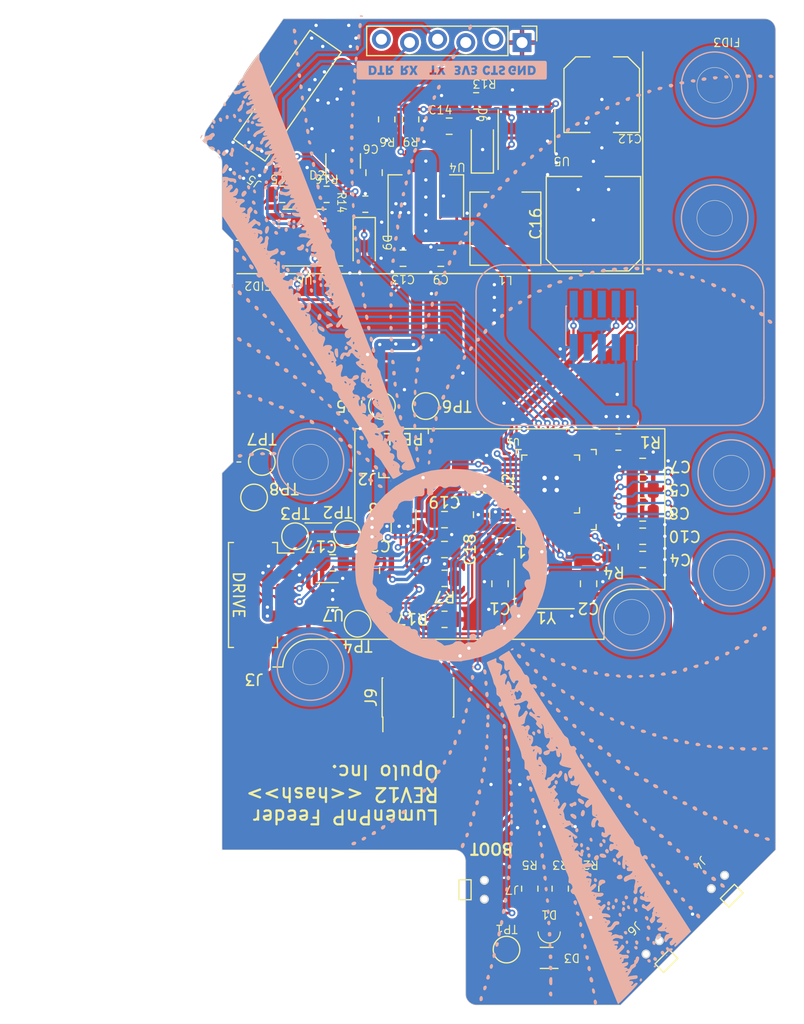
<source format=kicad_pcb>
(kicad_pcb (version 20240108) (generator "pcbnew") (generator_version "8.0")
  (layers (0 "F.Cu" signal) (31 "B.Cu" signal) (34 "B.Paste" user) (35 "F.Paste" user) (36 "B.SilkS" user "B.Silkscreen") (37 "F.SilkS" user "F.Silkscreen") (38 "B.Mask" user) (39 "F.Mask" user) (44 "Edge.Cuts" user))
  (net 0 "")
  (net 1 "GND")
  (net 2 "+3V3")
  (net 3 "RESET")
  (net 4 "+VDC")
  (net 5 "OSC_IN")
  (net 6 "Net-(U5-TC)")
  (net 7 "Net-(D1-A)")
  (net 8 "MCU_RX")
  (net 9 "MCU_TX")
  (net 10 "1WIRE")
  (net 11 "RS-485-")
  (net 12 "RS-485+")
  (net 13 "SWDIO")
  (net 14 "SWCLK")
  (net 15 "OSC_OUT")
  (net 16 "Net-(D1-BK)")
  (net 17 "Net-(D1-GK)")
  (net 18 "Net-(D6-K)")
  (net 19 "SW1")
  (net 20 "SW2")
  (net 21 "+10V")
  (net 22 "PEEL1")
  (net 23 "PEEL2")
  (net 24 "DRIVE2")
  (net 25 "DRIVE1")
  (net 26 "BOOT0")
  (net 27 "DE")
  (net 31 "Net-(J5-Pin_5)")
  (net 34 "DRIVE_QUAD_A")
  (net 35 "DRIVE_QUAD_B")
  (net 37 "Net-(U5-Vfb)")
  (net 38 "Net-(U5-DC)")
  (net 39 "Net-(U6-A)")
  (net 40 "Net-(U6-B)")
  (net 45 "~{RE}")
  (net 46 "DRIVE_M1")
  (net 47 "DRIVE_M2")
  (net 48 "PEEL_M1")
  (net 49 "PEEL_M2")
  (net 56 "DTR")
  (net 57 "CTS")
  (net 58 "LED_R")
  (net 59 "LED_G")
  (net 60 "LED_B")
  (net 61 "PA1")
  (net 62 "PA0")
  (net 63 "MOTOR_ENABLE")
  (net 64 "PA3")
  (footprint "TestPoint:TestPoint_Pad_D2.0mm" (layer "F.Cu") (at 107.9 76.5 180)
    (property "Reference" "TP3")
    (property "Value" "TP_DRIVE_M1")
  )
  (footprint "Resistor_SMD:R_0805_2012Metric" (layer "F.Cu") (at 118.3386 38.8874 -90)
    (property "Reference" "R9")
    (property "Value" "39k")
  )
  (footprint "Capacitor_SMD:C_0805_2012Metric" (layer "F.Cu") (at 121.0618 51.4096 180)
    (property "Reference" "C9")
    (property "Value" "10u")
  )
  (footprint "Capacitor_SMD:C_0805_2012Metric" (layer "F.Cu") (at 139.3 78.6 180)
    (property "Reference" "C4")
    (property "Value" "100n")
  )
  (footprint "index:MHS110FRGBCT" (layer "F.Cu") (at 130.85 112.3)
    (property "Reference" "D1")
    (property "Value" "LED_RGBA")
  )
  (footprint "Package_SON:WSON-8-1EP_2x2mm_P0.5mm_EP0.9x1.6mm" (layer "F.Cu") (at 111.3 81.8)
    (property "Reference" "U7")
    (property "Value" "DRV8837")
  )
  (footprint "Resistor_SMD:R_0805_2012Metric" (layer "F.Cu") (at 129.1 108.3 -90)
    (property "Reference" "R5")
    (property "Value" "470")
  )
  (footprint "Diode_SMD:D_SOD-123" (layer "F.Cu") (at 114.1476 49.9872 -90)
    (property "Reference" "D9")
    (property "Value" "MMSZ4684T1G")
  )
  (footprint "Resistor_SMD:R_0805_2012Metric" (layer "F.Cu") (at 121.4 80.3 180)
    (property "Reference" "R7")
    (property "Value" "10K")
  )
  (footprint "Resistor_SMD:R_0805_2012Metric" (layer "F.Cu") (at 136.35 77.45 90)
    (property "Reference" "R4")
    (property "Value" "10K")
  )
  (footprint "Package_QFP:LQFP-48_7x7mm_P0.5mm" (layer "F.Cu") (at 131.486665 72.28726 90)
    (property "Reference" "U1")
    (property "Value" "STM32F031C6Tx")
  )
  (footprint "Resistor_SMD:R_0805_2012Metric" (layer "F.Cu") (at 131.85 108.3 -90)
    (property "Reference" "R3")
    (property "Value" "470")
  )
  (footprint "Resistor_SMD:R_0805_2012Metric" (layer "F.Cu") (at 134.6 108.3 -90)
    (property "Reference" "R2")
    (property "Value" "470")
  )
  (footprint "Package_TO_SOT_SMD:SOT-223-3_TabPin2" (layer "F.Cu") (at 119.7118 45.7958 90)
    (property "Reference" "U4")
    (property "Value" "AP1117-33")
  )
  (footprint "Crystal:Crystal_SMD_3225-4Pin_3.2x2.5mm_HandSoldering" (layer "F.Cu") (at 130.41226 80.788095)
    (property "Reference" "Y1")
    (property "Value" "8MHz")
  )
  (footprint "Connector_PinHeader_1.27mm:PinHeader_2x05_P1.27mm_Vertical_SMD" (layer "F.Cu") (at 119 91.05 90)
    (property "Reference" "J9")
    (property "Value" "SWD_10")
  )
  (footprint "TestPoint:TestPoint_Pad_D2.0mm" (layer "F.Cu") (at 104.2 73 180)
    (property "Reference" "TP8")
    (property "Value" "TP_QUAD_B")
  )
  (footprint "TestPoint:TestPoint_Pad_D2.0mm" (layer "F.Cu") (at 115.75 64.75 180)
    (property "Reference" "TP5")
    (property "Value" "TP_PEEL_M2")
  )
  (footprint "Capacitor_SMD:C_0805_2012Metric" (layer "F.Cu") (at 139.3 70.2 180)
    (property "Reference" "C7")
    (property "Value" "100n")
  )
  (footprint "TestPoint:TestPoint_Pad_D2.0mm" (layer "F.Cu") (at 104.9 69.8 180)
    (property "Reference" "TP7")
    (property "Value" "TP_QUAD_A")
  )
  (footprint "Resistor_SMD:R_0805_2012Metric" (layer "F.Cu") (at 116.1796 38.8874 -90)
    (property "Reference" "R6")
    (property "Value" "5.6k")
  )
  (footprint "Capacitor_SMD:C_Elec_6.3x7.7" (layer "F.Cu") (at 135.6 36.65 -90)
    (property "Reference" "C12")
    (property "Value" "100uF")
  )
  (footprint "Capacitor_SMD:C_Elec_8x6.2" (layer "F.Cu") (at 134.8486 48.2967 90)
    (property "Reference" "C16")
    (property "Value" "470uF")
  )
  (footprint "Fiducial:Fiducial_1mm_Mask2mm" (layer "F.Cu") (at 125.05 117.1 180)
    (property "Reference" "FID1" (hide yes))
    (property "Value" "Fiducial")
  )
  (footprint "Capacitor_SMD:C_0805_2012Metric" (layer "F.Cu") (at 121.4 75 180)
    (property "Reference" "C19")
    (property "Value" "100n")
  )
  (footprint "TestPoint:TestPoint_Pad_D2.0mm" (layer "F.Cu") (at 127 113.8 180)
    (property "Reference" "TP1")
    (property "Value" "TP_3V3")
  )
  (footprint "Fiducial:Fiducial_1mm_Mask2mm" (layer "F.Cu") (at 104.55 55.55 180)
    (property "Reference" "FID2")
    (property "Value" "Fiducial")
  )
  (footprint "Package_TO_SOT_SMD:SOT-23" (layer "F.Cu") (at 112.244666 42.630722 90)
    (property "Reference" "D2")
    (property "Value" "SM712_SOT23")
  )
  (footprint "Capacitor_SMD:C_0805_2012Metric" (layer "F.Cu") (at 124.75 74.55 -90)
    (property "Reference" "C3")
    (property "Value" "100n")
  )
  (footprint "feeder:1TS003B-1400-3500A-CT" (layer "F.Cu") (at 140.2 113.6 -135)
    (property "Reference" "J6")
    (property "Value" "SW2")
    (fp_circle (center 0.85 0) (end 1.2 0) (stroke (width 0.12)) (fill none) (layer "Edge.Cuts"))
    (fp_circle (center -0.85 0) (end -0.499999 0) (stroke (width 0.12)) (fill none) (layer "Edge.Cuts"))
  )
  (footprint "TestPoint:TestPoint_Pad_D2.0mm" (layer "F.Cu") (at 119.7 64.75 180)
    (property "Reference" "TP6")
    (property "Value" "TP_PEEL_M1")
  )
  (footprint "Resistor_SMD:R_0805_2012Metric" (layer "F.Cu") (at 121.4 84 180)
    (property "Reference" "R17")
    (property "Value" "10K")
  )
  (footprint "Capacitor_SMD:C_0805_2012Metric" (layer "F.Cu") (at 121.8184 39.497)
    (property "Reference" "C14")
    (property "Value" "470pF")
  )
  (footprint "Package_SON:WSON-8-1EP_2x2mm_P0.5mm_EP0.9x1.6mm" (layer "F.Cu") (at 117.7 75.6 -90)
    (property "Reference" "U8")
    (property "Value" "DRV8837")
  )
  (footprint "feeder:UART_FRICTION_FIT" (layer "F.Cu") (at 128.4 31.8 -90)
    (property "Reference" "J8" (hide yes))
    (property "Value" "USART1")
  )
  (footprint "Resistor_SMD:R_0805_2012Metric" (layer "F.Cu") (at 106.75 45.65)
    (property "Reference" "R15")
    (property "Value" "20R")
  )
  (footprint "Connector_Molex:Molex_PicoBlade_53261-0671_1x06-1MP_P1.25mm_Horizontal" (layer "F.Cu") (at 104.6 81.8 -90)
    (property "Reference" "J3")
    (property "Value" "DRIVE_MOTOR")
  )
  (footprint "Capacitor_SMD:C_0805_2012Metric" (layer "F.Cu") (at 117.6528 51.4096 180)
    (property "Reference" "C13")
    (property "Value" "10u")
  )
  (footprint "Capacitor_SMD:C_0805_2012Metric" (layer "F.Cu") (at 139.3 72.3 180)
    (property "Reference" "C5")
    (property "Value" "100n")
  )
  (footprint "Capacitor_SMD:C_0805_2012Metric" (layer "F.Cu") (at 121.4 77.7 180)
    (property "Reference" "C18")
    (property "Value" "100n")
  )
  (footprint "feeder:1TS003B-1400-3500A-CT" (layer "F.Cu") (at 125 108.4 90)
    (property "Reference" "J7")
    (property "Value" "SW1")
    (fp_circle (center 0.85 0) (end 1.2 0) (stroke (width 0.12)) (fill none) (layer "Edge.Cuts"))
    (fp_circle (center -0.85 0) (end -0.5 0) (stroke (width 0.12)) (fill none) (layer "Edge.Cuts"))
  )
  (footprint "Capacitor_SMD:C_0805_2012Metric" (layer "F.Cu") (at 115.0366 43.688 -90)
    (property "Reference" "C6")
    (property "Value" "15pF")
  )
  (footprint "Connector_Molex:Molex_PicoBlade_53261-0271_1x02-1MP_P1.25mm_Horizontal" (layer "F.Cu") (at 117.7 69.5 180)
    (property "Reference" "J2")
    (property "Value" "PEEL_MOTOR")
  )
  (footprint "TestPoint:TestPoint_Pad_D2.0mm" (layer "F.Cu") (at 113.55 84.4 180)
    (property "Reference" "TP4")
    (property "Value" "TP_DRIVE_M2")
  )
  (footprint "Package_SO:SOIC-8_3.9x4.9mm_P1.27mm" (layer "F.Cu") (at 108.75 49.55 180)
    (property "Reference" "U6")
    (property "Value" "MAX3078E")
  )
  (footprint "Resistor_SMD:R_0805_2012Metric" (layer "F.Cu") (at 114.2492 46.5328 180)
    (property "Reference" "R14")
    (property "Value" "220R")
  )
  (footprint "Resistor_SMD:R_0805_2012Metric" (layer "F.Cu") (at 137.1 68)
    (property "Reference" "R1")
    (property "Value" "1k")
  )
  (footprint "Capacitor_SMD:C_0805_2012Metric" (layer "F.Cu") (at 126.4 77.4)
    (property "Reference" "C11")
    (property "Value" "4.7uF")
  )
  (footprint "Resistor_SMD:R_0805_2012Metric" (layer "F.Cu") (at 110.75 45.65)
    (property "Reference" "R16")
    (property "Value" "20R")
  )
  (footprint "Inductor_SMD:L_6.3x6.3_H3" (layer "F.Cu") (at 126.8984 48.7426 -90)
    (property "Reference" "L1")
    (property "Value" "220uH")
  )
  (footprint "Package_DFN_QFN:QFN-32-1EP_5x5mm_P0.5mm_EP3.45x3.45mm" (layer "F.Cu") (at 130.986665 71.78726 90)
    (property "Reference" "U2")
    (property "Value" "STM32F031K6Ux")
  )
  (footprint "Capacitor_SMD:C_0805_2012Metric" (layer "F.Cu") (at 111.3 78.9 180)
    (property "Reference" "C17")
    (property "Value" "100n")
  )
  (footprint "Capacitor_SMD:C_0805_2012Metric" (layer "F.Cu") (at 126.41226 80.788095 90)
    (property "Reference" "C1")
    (property "Value" "15pF")
  )
  (footprint "Capacitor_SMD:C_0805_2012Metric" (layer "F.Cu") (at 139.3 74.4 180)
    (property "Reference" "C8")
    (property "Value" "4.7uF")
  )
  (footprint "feeder:AVX-9155-005-541" (layer "F.Cu") (at 109.209307 38.133189 -125)
    (property "Reference" "J5")
    (property "Value" "SPRING_FINGERS")
  )
  (footprint "Resistor_SMD:R_0805_2012Metric" (layer "F.Cu") (at 124.2568 37.211)
    (property "Reference" "R13")
    (property "Value" "0.33R")
  )
  (footprint "Capacitor_SMD:C_0805_2012Metric" (layer "F.Cu") (at 134.41226 80.788095 -90)
    (property "Reference" "C2")
    (property "Value" "15pF")
  )
  (footprint "Fiducial:Fiducial_1mm_Mask2mm" (layer "F.Cu") (at 149.4 31.9 180)
    (property "Reference" "FID3")
    (property "Value" "Fiducial")
  )
  (footprint "LED_SMD:LED_LiteOn_LTST-C19HE1WT" (layer "F.Cu") (at 130.85 114.55 -90)
    (property "Reference" "D3")
    (property "Value" "LED_RGBA_ALT")
  )
  (footprint "Capacitor_SMD:C_0805_2012Metric" (layer "F.Cu") (at 139.3 76.5 180)
    (property "Reference" "C10")
    (property "Value" "4.7uF")
  )
  (footprint "Package_SO:SOIC-8_3.9x4.9mm_P1.27mm" (layer "F.Cu") (at 128.8034 39.954 90)
    (property "Reference" "U5")
    (property "Value" "MC34063AD")
  )
  (footprint "feeder:1TS003B-1400-3500A-CT" (layer "F.Cu") (at 146.1 107.7 -135)
    (property "Reference" "J4")
    (property "Value" "SW1")
    (fp_circle (center 0.85 0) (end 1.2 0) (stroke (width 0.12)) (fill none) (layer "Edge.Cuts"))
    (fp_circle (center -0.85 0) (end -0.499999 0) (stroke (width 0.12)) (fill none) (layer "Edge.Cuts"))
  )
  (footprint "TestPoint:TestPoint_Pad_D2.0mm" (layer "F.Cu") (at 112.6 76.3 180)
    (property "Reference" "TP2")
    (property "Value" "TP_10V")
  )
  (footprint "Capacitor_SMD:C_0805_2012Metric" (layer "F.Cu") (at 114.8 79.6 -90)
    (property "Reference" "C20")
    (property "Value" "100n")
  )
  (footprint "Diode_SMD:D_SOD-123" (layer "F.Cu") (at 124.8156 41.4772 90)
    (property "Reference" "D6")
    (property "Value" "1N5819")
  )
  (footprint "LOGO" (layer "B.Cu") (at 147.1 31.1)
    (property "Reference" "G***" (hide yes))
    (property "Value" "LOGO" (hide yes))
  )
  (footprint "feeder:pulsar" (layer "B.Cu") (at 122 79.1 180)
    (property "Reference" "G***" (hide yes))
    (property "Value" "pulsar" (hide yes))
  )
  (footprint "LOGO" (layer "B.Cu") (at 122.050001 33.355188 180)
    (property "Reference" "G***" (hide yes))
    (property "Value" "LOGO" (hide yes))
  )
  (footprint "Connector_PinHeader_1.27mm:PinHeader_2x05_P1.27mm_Vertical_SMD" (layer "B.Cu") (at 135.6 57.5 90)
    (property "Reference" "J1" (hide yes))
    (property "Value" "SWD_10")
  )
  (gr_rect (start 124.166809 43.7466) (end 128.8288 46.6598) (stroke (width 0.2)) (fill solid) (layer "F.Cu") (net 18))
  (gr_circle (center 138.3 83.8) (end 141.8 83.8) (stroke (width 0.2)) (fill solid) (layer "B.Cu"))
  (gr_circle (center 109.3 88.3) (end 112.8 88.3) (stroke (width 0.2)) (fill solid) (layer "B.Cu"))
  (gr_circle (center 145.8 47.8) (end 149.3 47.8) (stroke (width 0.2)) (fill solid) (layer "B.Cu"))
  (gr_circle (center 147.3 70.8) (end 150.8 70.8) (stroke (width 0.2)) (fill solid) (layer "B.Cu"))
  (gr_circle (center 145.8 35.8) (end 149.3 35.8) (stroke (width 0.2)) (fill solid) (layer "B.Cu"))
  (gr_circle (center 109.3 69.8) (end 112.8 69.8) (stroke (width 0.2)) (fill solid) (layer "B.Cu"))
  (gr_circle (center 147.3 79.8) (end 150.8 79.8) (stroke (width 0.2)) (fill solid) (layer "B.Cu"))
  (gr_arc (start 124.25 54.5) (mid 124.982233 52.732233) (end 126.75 52) (stroke (width 0.12)) (layer "B.SilkS"))
  (gr_arc (start 147.75 52) (mid 149.517767 52.732233) (end 150.25 54.5) (stroke (width 0.12)) (layer "B.SilkS"))
  (gr_circle (center 109.3 69.8) (end 106.3 69.8) (stroke (width 0.12)) (fill none) (layer "B.SilkS"))
  (gr_line (start 126.75 52) (end 147.75 52) (stroke (width 0.12)) (layer "B.SilkS"))
  (gr_arc (start 126.75 66.5) (mid 124.982233 65.767767) (end 124.25 64) (stroke (width 0.12)) (layer "B.SilkS"))
  (gr_circle (center 147.3 70.8) (end 144.3 70.8) (stroke (width 0.12)) (fill none) (layer "B.SilkS"))
  (gr_circle (center 145.8 35.8) (end 142.8 35.8) (stroke (width 0.12)) (fill none) (layer "B.SilkS"))
  (gr_line (start 147.75 66.5) (end 126.75 66.5) (stroke (width 0.12)) (layer "B.SilkS"))
  (gr_line (start 150.25 54.5) (end 150.25 64) (stroke (width 0.12)) (layer "B.SilkS"))
  (gr_arc (start 150.25 64) (mid 149.517767 65.767767) (end 147.75 66.5) (stroke (width 0.12)) (layer "B.SilkS"))
  (gr_circle (center 145.8 47.8) (end 142.8 47.8) (stroke (width 0.12)) (fill none) (layer "B.SilkS"))
  (gr_circle (center 147.3 79.8) (end 144.3 79.8) (stroke (width 0.12)) (fill none) (layer "B.SilkS"))
  (gr_circle (center 109.3 88.3) (end 106.3 88.3) (stroke (width 0.12)) (fill none) (layer "B.SilkS"))
  (gr_line (start 124.25 64) (end 124.25 54.5) (stroke (width 0.12)) (layer "B.SilkS"))
  (gr_circle (center 138.3 83.8) (end 135.3 83.8) (stroke (width 0.12)) (fill none) (layer "B.SilkS"))
  (gr_line (start 139.3556 52.8066) (end 102.6556 52.8066) (stroke (width 0.12)) (layer "F.SilkS"))
  (gr_arc (start 106.8 88.3) (mid 107.532233 86.532233) (end 109.3 85.8) (stroke (width 0.12)) (layer "F.SilkS"))
  (gr_line (start 103 49.8) (end 102.6 49.8) (stroke (width 0.12)) (layer "F.SilkS"))
  (gr_line (start 108.8 75.3) (end 111.2 75.3) (stroke (width 0.12)) (layer "F.SilkS"))
  (gr_line (start 135.8 85.8) (end 135.8 83.8) (stroke (width 0.12)) (layer "F.SilkS"))
  (gr_line (start 105.9 88.3) (end 106.8 88.3) (stroke (width 0.12)) (layer "F.SilkS"))
  (gr_arc (start 135.8 83.8) (mid 136.532233 82.032233) (end 138.3 81.3) (stroke (width 0.12)) (layer "F.SilkS"))
  (gr_line (start 141.3 66.8) (end 141.3 81.3) (stroke (width 0.12)) (layer "F.SilkS"))
  (gr_line (start 139.3 32.8) (end 139.3 52.8) (stroke (width 0.12)) (layer "F.SilkS"))
  (gr_line (start 129.3 52.8) (end 121.3 52.8) (stroke (width 0.12)) (layer "F.SilkS"))
  (gr_line (start 138.3 81.3) (end 141.3 81.3) (stroke (width 0.12)) (layer "F.SilkS"))
  (gr_line (start 113.3 66.8) (end 141.3 66.8) (stroke (width 0.12)) (layer "F.SilkS"))
  (gr_line (start 109.3 85.8) (end 135.8 85.8) (stroke (width 0.12)) (layer "F.SilkS"))
  (gr_line (start 113.3 66.8) (end 113.3 75.1) (stroke (width 0.12)) (layer "F.SilkS"))
  (gr_line (start 103 69.8) (end 102.65 69.8) (stroke (width 0.12)) (layer "F.SilkS"))
  (gr_arc (start 122.292893 104.807107) (mid 123.000019 105.097067) (end 123.3 105.8) (stroke (width 0.05)) (layer "Edge.Cuts"))
  (gr_line (start 126.85 29.8) (end 150.3 29.8) (stroke (width 0.05)) (layer "Edge.Cuts"))
  (gr_line (start 101.3 104.8) (end 122.292893 104.807107) (stroke (width 0.05)) (layer "Edge.Cuts"))
  (gr_line (start 101.3 48.8) (end 101.3 42.875) (stroke (width 0.05)) (layer "Edge.Cuts"))
  (gr_circle (center 109.3 88.3) (end 107.7 88.3) (stroke (width 0.05)) (fill none) (layer "Edge.Cuts"))
  (gr_line (start 102.3 49.8) (end 102.3 69.8) (stroke (width 0.05)) (layer "Edge.Cuts"))
  (gr_circle (center 138.3 83.8) (end 136.7 83.8) (stroke (width 0.05)) (fill none) (layer "Edge.Cuts"))
  (gr_line (start 151.3 104.8) (end 151.3 30.8) (stroke (width 0.05)) (layer "Edge.Cuts"))
  (gr_circle (center 109.3 69.8) (end 107.7 69.8) (stroke (width 0.05)) (fill none) (layer "Edge.Cuts"))
  (gr_line (start 126.85 29.8) (end 106.85 29.8) (stroke (width 0.05)) (layer "Edge.Cuts"))
  (gr_line (start 102.3 69.8) (end 101.3 70.8) (stroke (width 0.05)) (layer "Edge.Cuts"))
  (gr_circle (center 145.8 47.8) (end 144.2 47.8) (stroke (width 0.05)) (fill none) (layer "Edge.Cuts"))
  (gr_arc (start 100.275 41.475) (mid 99.753682 40.680103) (end 99.95 39.75) (stroke (width 0.05)) (layer "Edge.Cuts"))
  (gr_circle (center 147.3 79.8) (end 147.3 78.2) (stroke (width 0.05)) (fill none) (layer "Edge.Cuts"))
  (gr_line (start 101.3 104.8) (end 101.3 70.8) (stroke (width 0.05)) (layer "Edge.Cuts"))
  (gr_line (start 100.7875 41.8375) (end 100.275 41.475) (stroke (width 0.05)) (layer "Edge.Cuts"))
  (gr_circle (center 147.3 70.8) (end 145.7 70.8) (stroke (width 0.05)) (fill none) (layer "Edge.Cuts"))
  (gr_line (start 99.95 39.75) (end 106.85 29.8) (stroke (width 0.05)) (layer "Edge.Cuts"))
  (gr_arc (start 150.3 29.8) (mid 151.007107 30.092893) (end 151.3 30.8) (stroke (width 0.05)) (layer "Edge.Cuts"))
  (gr_line (start 102.3 49.8) (end 101.3 48.8) (stroke (width 0.05)) (layer "Edge.Cuts"))
  (gr_arc (start 100.7875 41.8375) (mid 101.176282 42.290782) (end 101.3 42.875) (stroke (width 0.05)) (layer "Edge.Cuts"))
  (gr_circle (center 145.8 35.8) (end 144.2 35.8) (stroke (width 0.05)) (fill none) (layer "Edge.Cuts"))
  (gr_arc (start 124.3 118.8) (mid 123.595401 118.506673) (end 123.307107 117.8) (stroke (width 0.05)) (layer "Edge.Cuts"))
  (gr_line (start 123.3 105.8) (end 123.307107 117.8) (stroke (width 0.05)) (layer "Edge.Cuts"))
  (gr_line (start 124.3 118.8) (end 137.3 118.8) (stroke (width 0.05)) (layer "Edge.Cuts"))
  (gr_line (start 151.3 104.8) (end 137.3 118.8) (stroke (width 0.05)) (layer "Edge.Cuts"))
  (gr_text "PEEL" (at 117.7 67.7 180) (layer "F.SilkS") (effects (font (size 1 1))))
  (gr_text "LumenPnP Feeder\nREV12 <<hash>>\nOpulo Inc." (at 121 99.8 180) (layer "F.SilkS") (effects (font (size 1.25 1.25) (thickness 0.2) (bold yes)) (justify left)))
  (gr_text "BOOT" (at 125.65 104.7 180) (layer "F.SilkS") (effects (font (size 1 1) (thickness 0.2))))
  (gr_text "DRIVE" (at 102.8 81.8 270) (layer "F.SilkS") (effects (font (size 1 1))))
  (segment (start 130.187165 77.9) (end 129.6 77.9) (width 0.2) (layer "F.Cu") (net 1))
  (segment (start 110.35 82.55) (end 110.95 82.55) (width 0.2) (layer "F.Cu") (net 1))
  (segment (start 117 74.7) (end 117 75.3) (width 0.2) (layer "F.Cu") (net 1))
  (segment (start 135.1 79) (end 135.5 79.4) (width 0.2) (layer "F.Cu") (net 1))
  (segment (start 117 75.3) (end 117.3 75.6) (width 0.2) (layer "F.Cu") (net 1))
  (segment (start 128.85 78.55) (end 128.9 78.6) (width 0.2) (layer "F.Cu") (net 1))
  (segment (start 125.95 78.55) (end 128.85 78.55) (width 0.2) (layer "F.Cu") (net 1))
  (segment (start 132.65 78.05) (end 132.236665 77.636665) (width 0.2) (layer "F.Cu") (net 1))
  (segment (start 125.43774 82.195002) (end 125.43774 79.06226) (width 0.2) (layer "F.Cu") (net 1))
  (segment (start 110.95 82.55) (end 111.3 82.2) (width 0.2) (layer "F.Cu") (net 1))
  (segment (start 116.95 74.65) (end 117 74.7) (width 0.2) (layer "F.Cu") (net 1))
  (segment (start 128.329165 74.53726) (end 128.604165 74.26226) (width 0.2) (layer "F.Cu") (net 1))
  (segment (start 132.75 78.05) (end 133.7 79) (width 0.2) (layer "F.Cu") (net 1))
  (segment (start 134.41226 81.738095) (end 134.21226 81.938095) (width 0.2) (layer "F.Cu") (net 1))
  (segment (start 132.236665 77.636665) (end 132.236665 76.44976) (width 0.2) (layer "F.Cu") (net 1))
  (segment (start 128.9 78.6) (end 128.9 79.575835) (width 0.2) (layer "F.Cu") (net 1))
  (segment (start 126.61226 79.638095) (end 128.96226 79.638095) (width 0.2) (layer "F.Cu") (net 1))
  (segment (start 133.7 79) (end 135.1 79) (width 0.2) (layer "F.Cu") (net 1))
  (segment (start 135.5 82.4) (end 134.8 83.1) (width 0.2) (layer "F.Cu") (net 1))
  (segment (start 126.4 78.1) (end 126.15 78.1) (width 0.25) (layer "F.Cu") (net 1))
  (segment (start 134.21226 81.938095) (end 131.86226 81.938095) (width 0.2) (layer "F.Cu") (net 1))
  (segment (start 126.15 78.1) (end 125.45 77.4) (width 0.25) (layer "F.Cu") (net 1))
  (segment (start 134.8 83.1) (end 131.9 83.1) (width 0.2) (layer "F.Cu") (net 1))
  (segment (start 128.9 79.575835) (end 128.96226 79.638095) (width 0.2) (layer "F.Cu") (net 1))
  (segment (start 131.9 83.1) (end 126.342738 83.1) (width 0.2) (layer "F.Cu") (net 1))
  (segment (start 130.7084 40.8432) (end 130.7084 43.8658) (width 1.5) (layer "F.Cu") (net 1))
  (segment (start 126.342738 83.1) (end 125.43774 82.195002) (width 0.2) (layer "F.Cu") (net 1))
  (segment (start 125.43774 79.06226) (end 125.95 78.55) (width 0.2) (layer "F.Cu") (net 1))
  (segment (start 131.86226 83.06226) (end 131.9 83.1) (width 0.2) (layer "F.Cu") (net 1))
  (segment (start 129.6 77.9) (end 128.9 78.6) (width 0.2) (layer "F.Cu") (net 1))
  (segment (start 127.324165 74.53726) (end 128.329165 74.53726) (width 0.2) (layer "F.Cu") (net 1))
  (segment (start 132.65 78.05) (end 132.75 78.05) (width 0.2) (layer "F.Cu") (net 1))
  (segment (start 135.5 79.4) (end 135.5 82.4) (width 0.2) (layer "F.Cu") (net 1))
  (segment (start 131.86226 81.938095) (end 131.86226 83.06226) (width 0.2) (layer "F.Cu") (net 1))
  (segment (start 126.41226 79.838095) (end 126.61226 79.638095) (width 0.2) (layer "F.Cu") (net 1))
  (via (at 109.4232 39.7256) (size 0.6) (drill 0.3) (layers "F.Cu" "B.Cu") (net 1))
  (via (at 102.3 40.95) (size 0.6) (drill 0.3) (layers "F.Cu" "B.Cu") (net 1))
  (via (at 125 80.6) (size 0.6) (drill 0.3) (layers "F.Cu" "B.Cu") (net 1))
  (via (at 113.4 31.55) (size 0.6) (drill 0.3) (layers "F.Cu" "B.Cu") (net 1))
  (via (at 111.3282 41.7068) (size 0.6) (drill 0.3) (layers "F.Cu" "B.Cu") (net 1))
  (via (at 128 102.8) (size 0.6) (drill 0.3) (layers "F.Cu" "B.Cu") (net 1))
  (via (at 124.45 74.55) (size 0.6) (drill 0.3) (layers "F.Cu" "B.Cu") (net 1))
  (via (at 135.6106 37.084) (size 0.6) (drill 0.3) (layers "F.Cu" "B.Cu") (net 1))
  (via (at 143.8 110.6) (size 0.6) (drill 0.3) (layers "F.Cu" "B.Cu") (net 1))
  (via (at 105.5 79.2) (size 0.6) (drill 0.3) (layers "F.Cu" "B.Cu") (net 1))
  (via (at 113.784641 66.784445) (size 0.6) (drill 0.3) (layers "F.Cu" "B.Cu") (net 1))
  (via (at 137 39.2176) (size 0.6) (drill 0.3) (layers "F.Cu" "B.Cu") (net 1))
  (via (at 112.85 52.75) (size 0.6) (drill 0.3) (layers "F.Cu" "B.Cu") (net 1))
  (via (at 112.75 30.4) (size 0.6) (drill 0.3) (layers "F.Cu" "B.Cu") (net 1))
  (via (at 115.6716 51.4096) (size 0.6) (drill 0.3) (layers "F.Cu" "B.Cu") (net 1))
  (via (at 108.3 80) (size 0.6) (drill 0.3) (layers "F.Cu" "B.Cu") (net 1))
  (via (at 130.4 102.7) (size 0.6) (drill 0.3) (layers "F.Cu" "B.Cu") (net 1))
  (via (at 109.4 31.55) (size 0.6) (drill 0.3) (layers "F.Cu" "B.Cu") (net 1))
  (via (at 120.2182 58.7756) (size 0.6) (drill 0.3) (layers "F.Cu" "B.Cu") (net 1))
  (via (at 132.65 78.05) (size 0.6) (drill 0.3) (layers "F.Cu" "B.Cu") (net 1))
  (via (at 131.85 59.6) (size 0.6) (drill 0.3) (layers "F.Cu" "B.Cu") (net 1))
  (via (at 133.2 102.7) (size 0.6) (drill 0.3) (layers "F.Cu" "B.Cu") (net 1))
  (via (at 101.75 41.75) (size 0.6) (drill 0.3) (layers "F.Cu" "B.Cu") (net 1))
  (via (at 122.05 76.35) (size 0.6) (drill 0.3) (layers "F.Cu" "B.Cu") (net 1))
  (via (at 115.7224 48.1584) (size 0.6) (drill 0.3) (layers "F.Cu" "B.Cu") (net 1))
  (via (at 110.55 34.6) (size 0.6) (drill 0.3) (layers "F.Cu" "B.Cu") (net 1))
  (via (at 121.4 79) (size 0.6) (drill 0.3) (layers "F.Cu" "B.Cu") (net 1))
  (via (at 132.9 83.7) (size 0.6) (drill 0.3) (layers "F.Cu" "B.Cu") (net 1))
  (via (at 120.1674 50.395802) (size 0.6) (drill 0.3) (layers "F.Cu" "B.Cu") (net 1))
  (via (at 119.46 71.21) (size 0.6) (drill 0.3) (layers "F.Cu" "B.Cu") (net 1))
  (via (at 117.4118 47.2958) (size 0.6) (drill 0.3) (layers "F.Cu" "B.Cu") (net 1))
  (via (at 125.9 53.8) (size 0.6) (drill 0.3) (layers "F.Cu" "B.Cu") (net 1))
  (via (at 140.25 68.9) (size 0.6) (drill 0.3) (layers "F.Cu" "B.Cu") (net 1))
  (via (at 128.1 83.7) (size 0.6) (drill 0.3) (layers "F.Cu" "B.Cu") (net 1))
  (via (at 125.4252 38.7858) (size 0.6) (drill 0.3) (layers "F.Cu" "B.Cu") (net 1))
  (via (at 125.2 69.2) (size 0.6) (drill 0.3) (layers "F.Cu" "B.Cu") (net 1))
  (via (at 122.65 73.6) (size 0.6) (drill 0.3) (layers "F.Cu" "B.Cu") (net 1))
  (via (at 126.4 78.1) (size 0.6) (drill 0.3) (layers "F.Cu" "B.Cu") (net 1))
  (via (at 102.05 43.4) (size 0.6) (drill 0.3) (layers "F.Cu" "B.Cu") (net 1))
  (via (at 124.841 41.6052) (size 0.6) (drill 0.3) (layers "F.Cu" "B.Cu") (net 1))
  (via (at 135.7 80.6) (size 0.6) (drill 0.3) (layers "F.Cu" "B.Cu") (net 1))
  (via (at 114.2492 45.5828) (size 0.6) (drill 0.3) (layers "F.Cu" "B.Cu") (net 1))
  (via (at 135.6106 41.4528) (size 0.6) (drill 0.3) (layers "F.Cu" "B.Cu") (net 1))
  (via (at 128.2 98.9) (size 0.6) (drill 0.3) (layers "F.Cu" "B.Cu") (net 1))
  (via (at 104.7 43.95) (size 0.6) (drill 0.3) (layers "F.Cu" "B.Cu") (net 1))
  (via (at 125.9 54.95) (size 0.6) (drill 0.3) (layers "F.Cu" "B.Cu") (net 1))
  (via (at 130.436665 72.33726) (size 0.8) (drill 0.4) (layers "F.Cu" "B.Cu") (net 1))
  (via (at 107.136299 52.845947) (size 0.6) (drill 0.3) (layers "F.Cu" "B.Cu") (net 1))
  (via (at 117.7798 63.2714) (size 0.6) (drill 0.3) (layers "F.Cu" "B.Cu") (net 1))
  (via (at 141.6 69.7) (size 0.6) (drill 0.3) (layers "F.Cu" "B.Cu") (net 1))
  (via (at 131.536665 71.23726) (size 0.8) (drill 0.4) (layers "F.Cu" "B.Cu") (net 1))
  (via (at 134.1882 39.2176) (size 0.6) (drill 0.3) (layers "F.Cu" "B.Cu") (net 1))
  (via (at 119.5832 39.0144) (size 0.6) (drill 0.3) (layers "F.Cu" "B.Cu") (net 1))
  (via (at 125.4 83.1) (size 0.6) (drill 0.3) (layers "F.Cu" "B.Cu") (net 1))
  (via (at 141.3 80) (size 0.6) (drill 0.3) (layers "F.Cu" "B.Cu") (net 1))
  (via (at 117.6782 50.546) (size 0.6) (drill 0.3) (layers "F.Cu" "B.Cu") (net 1))
  (via (at 117.0118 46.4958) (size 0.6) (drill 0.3) (layers "F.Cu" "B.Cu") (net 1))
  (via (at 103.25 44.2) (size 0.6) (drill 0.3) (layers "F.Cu" "B.Cu") (net 1))
  (via (at 109.8 30.4) (size 0.6) (drill 0.3) (layers "F.Cu" "B.Cu") (net 1))
  (via (at 113.75 52.75) (size 0.6) (drill 0.3) (layers "F.Cu" "B.Cu") (net 1))
  (via (at 116.2 75.6) (size 0.6) (drill 0.3) (layers "F.Cu" "B.Cu") (net 1))
  (via (at 105 79.8) (size 0.6) (drill 0.3) (layers "F.Cu" "B.Cu") (net 1))
  (via (at 127.5588 65.9638) (size 0.6) (drill 0.3) (layers "F.Cu" "B.Cu") (net 1))
  (via (at 125.6 98.9) (size 0.6) (drill 0.3) (layers "F.Cu" "B.Cu") (net 1))
  (via (at 112.05 36.15) (size 0.6) (drill 0.3) (layers "F.Cu" "B.Cu") (net 1))
  (via (at 116.1796 40.767) (size 0.6) (drill 0.3) (layers "F.Cu" "B.Cu") (net 1))
  (via (at 130.436665 71.23726) (size 0.8) (drill 0.4) (layers "F.Cu" "B.Cu") (net 1))
  (via (at 137.2 70.25) (size 0.6) (drill 0.3) (layers "F.Cu" "B.Cu") (net 1))
  (via (at 123.063 61.7728) (size 0.6) (drill 0.3) (layers "F.Cu" "B.Cu") (net 1))
  (via (at 112.9 32.3) (size 0.6) (drill 0.3) (layers "F.Cu" "B.Cu") (net 1))
  (via (at 109.2 36.2) (size 0.6) (drill 0.3) (layers "F.Cu" "B.Cu") (net 1))
  (via (at 109.7 35.3) (size 0.6) (drill 0.3) (layers "F.Cu" "B.Cu") (net 1))
  (via (at 131.4958 41.999) (size 0.6) (drill 0.3) (layers "F.Cu" "B.Cu") (net 1))
  (via (at 111.7 37.05) (size 0.6) (drill 0.3) (layers "F.Cu" "B.Cu") (net 1))
  (via (at 124.3838 38.8112) (size 0.6) (drill 0.3) (layers "F.Cu" "B.Cu") (net 1))
  (via (at 120.1674 52.6796) (size 0.6) (drill 0.3) (layers "F.Cu" "B.Cu") (net 1))
  (via (at 103.75 40.95) (size 0.6) (drill 0.3) (layers "F.Cu" "B.Cu") (net 1))
  (via (at 141.3 77.6) (size 0.6) (drill 0.3) (layers "F.Cu" "B.Cu") (net 1))
  (via (at 121.3104 45.7962) (size 0.6) (drill 0.3) (layers "F.Cu" "B.Cu") (net 1))
  (via (at 123.444 47.3456) (size 0.6) (drill 0.3) (layers "F.Cu" "B.Cu") (net 1))
  (via (at 118.1 75.6) (size 0.6) (drill 0.3) (layers "F.Cu" "B.Cu") (net 1))
  (via (at 112.2 80.3) (size 0.6) (drill 0.3) (layers "F.Cu" "B.Cu") (net 1))
  (via (at 136.2202 45.212) (size 0.6) (drill 0.3) (layers "F.Cu" "B.Cu") (net 1))
  (via (at 133.477 45.212) (size 0.6) (drill 0.3) (layers "F.Cu" "B.Cu") (net 1))
  (via (at 119.55 40.9) (size 0.6) (drill 0.3) (layers "F.Cu" "B.Cu") (net 1))
  (via (at 110.9 37.4) (size 0.6) (drill 0.3) (layers "F.Cu" "B.Cu") (net 1))
  (via (at 137.15 75.5) (size 0.6) (drill 0.3) (layers "F.Cu" "B.Cu") (net 1))
  (via (at 117.8118 46.4958) (size 0.6) (drill 0.3) (layers "F.Cu" "B.Cu") (net 1))
  (via (at 141.3 78.6) (size 0.6) (drill 0.3) (layers "F.Cu" "B.Cu") (net 1))
  (via (at 116.6618 47.2958) (size 0.6) (drill 0.3) (layers "F.Cu" "B.Cu") (net 1))
  (via (at 127.5334 36.2204) (size 0.6) (drill 0.3) (layers "F.Cu" "B.Cu") (net 1))
  (via (at 105.3 43.2) (size 0.6) (drill 0.3) (layers "F.Cu" "B.Cu") (net 1))
  (via (at 109.95 37.15) (size 0.6) (drill 0.3) (layers "F.Cu" "B.Cu") (net 1))
  (via (at 111.3 82.2) (size 0.6) (drill 0.3) (layers "F.Cu" "B.Cu") (net 1))
  (via (at 108.9914 43.2308) (size 0.6) (drill 0.3) (layers "F.Cu" "B.Cu") (net 1))
  (via (at 126 74.3) (size 0.6) (drill 0.3) (layers "F.Cu" "B.Cu") (net 1))
  (via (at 104.9 41.75) (size 0.6) (drill 0.3) (layers "F.Cu" "B.Cu") (net 1))
  (via (at 114.4524 60.0964) (size 0.6) (drill 0.3) (layers "F.Cu" "B.Cu") (net 1))
  (via (at 113.4 77.9) (size 0.6) (drill 0.3) (layers "F.Cu" "B.Cu") (net 1))
  (via (at 111.3 83.2) (size 0.6) (drill 0.3) (layers "F.Cu" "B.Cu") (net 1))
  (via (at 110.4 32.3) (size 0.6) (drill 0.3) (layers "F.Cu" "B.Cu") (net 1))
  (via (at 126.7714 64.4906) (size 0.6) (drill 0.3) (layers "F.Cu" "B.Cu") (net 1))
  (via (at 118.1618 47.2958) (size 0.6) (drill 0.3) (layers "F.Cu" "B.Cu") (net 1))
  (via (at 141.3 76.5) (size 0.6) (drill 0.3) (layers "F.Cu" "B.Cu") (net 1))
  (via (at 117.3 75.6) (size 0.6) (drill 0.3) (layers "F.Cu" "B.Cu") (net 1))
  (via (at 128.604165 74.26226) (size 0.6) (drill 0.3) (layers "F.Cu" "B.Cu") (net 1))
  (via (at 120.2182 54.61) (size 0.6) (drill 0.3) (layers "F.Cu" "B.Cu") (net 1))
  (via (at 141.3 75.45) (size 0.6) (drill 0.3) (layers "F.Cu" "B.Cu") (net 1))
  (via (at 131.536665 72.33726) (size 0.8) (drill 0.4) (layers "F.Cu" "B.Cu") (net 1))
  (via (at 134.8486 42.672) (size 0.6) (drill 0.3) (layers "F.Cu" "B.Cu") (net 1))
  (via (at 134.6 110.9) (size 0.6) (drill 0.3) (layers "F.Cu" "B.Cu") (net 1))
  (via (at 111.3 81.4) (size 0.6) (drill 0.3) (layers "F.Cu" "B.Cu") (net 1))
  (via (at 125.9 57.25) (size 0.6) (drill 0.3) (layers "F.Cu" "B.Cu") (net 1))
  (via (at 131.4958 42.799) (size 0.6) (drill 0.3) (layers "F.Cu" "B.Cu") (net 1))
  (via (at 116.6876 52.6542) (size 0.6) (drill 0.3) (layers "F.Cu" "B.Cu") (net 1))
  (via (at 130.7084 43.8658) (size 0.6) (drill 0.3) (layers "F.Cu" "B.Cu") (net 1))
  (via (at 137 63.7) (size 0.6) (drill 0.3) (layers "F.Cu" "B.Cu") (net 1))
  (via (at 125.9 56.1) (size 0.6) (drill 0.3) (layers "F.Cu" "B.Cu") (net 1))
  (via (at 130.7084 40.8432) (size 0.6) (drill 0.3) (layers "F.Cu" "B.Cu") (net 1))
  (via (at 130.187165 77.9) (size 0.6) (drill 0.3) (layers "F.Cu" "B.Cu") (net 1))
  (via (at 121.1326 36.7284) (size 0.6) (drill 0.3) (layers "F.Cu" "B.Cu") (net 1))
  (via (at 134.8486 47.9552) (size 0.6) (drill 0.3) (layers "F.Cu" "B.Cu") (net 1))
  (segment (start 132.736665 77.325257) (end 132.736665 76.44976) (width 0.2) (layer "F.Cu") (net 2))
  (segment (start 142.4 82.8) (end 138.35 78.75) (width 0.5) (layer "F.Cu") (net 2))
  (segment (start 112.75 81.05) (end 113.25 80.55) (width 0.3) (layer "F.Cu") (net 2))
  (segment (start 129.236665 74.53726) (end 129.236665 74.22476) (width 0.2) (layer "F.Cu") (net 2))
  (segment (start 127.1 111.9) (end 129.45 111.9) (width 0.5) (layer "F.Cu") (net 2))
  (segment (start 128.736665 76.44976) (end 128.30024 76.44976) (width 0.2) (layer "F.Cu") (net 2))
  (segment (start 118.8822 58.9178) (end 118.6 59.2) (width 1) (layer "F.Cu") (net 2))
  (segment (start 142.4 86.8) (end 142.4 82.8) (width 0.5) (layer "F.Cu") (net 2))
  (segment (start 130.85 115.499022) (end 130.649022 115.7) (width 0.2) (layer "F.Cu") (net 2))
  (segment (start 119.7118 42.6458) (end 119.7118 48.9458) (width 2) (layer "F.Cu") (net 2))
  (segment (start 124.065812 110.665812) (end 124.1 110.7) (width 0.5) (layer "F.Cu") (net 2))
  (segment (start 134.78726 69.53726) (end 135.649165 69.53726) (width 0.2) (layer "F.Cu") (net 2))
  (segment (start 138.35 70.2) (end 138.35 77.65) (width 1) (layer "F.Cu") (net 2))
  (segment (start 106.975 83.7) (end 105.4 83.7) (width 1) (layer "F.Cu") (net 2))
  (segment (start 116.7 80.4) (end 116.225 79.925) (width 0.3) (layer "F.Cu") (net 2))
  (segment (start 138.0125 68) (end 138.0125 65.7125) (width 1.5) (layer "F.Cu") (net 2))
  (segment (start 116.6 79.55) (end 115.6 80.55) (width 0.5) (layer "F.Cu") (net 2))
  (segment (start 138.35 70.2) (end 138.35 69.35) (width 1) (layer "F.Cu") (net 2))
  (segment (start 124.1 106.1) (end 124.065812 106.134188) (width 0.5) (layer "F.Cu") (net 2))
  (segment (start 124.4 106.1) (end 124.1 106.4) (width 0.4) (layer "F.Cu") (net 2))
  (segment (start 118.8822 51.4096) (end 118.8822 58.9178) (width 1) (layer "F.Cu") (net 2))
  (segment (start 115.8668 55.15) (end 107.85 55.15) (width 0.25) (layer "F.Cu") (net 2))
  (segment (start 133.161408 77.75) (end 132.736665 77.325257) (width 0.2) (layer "F.Cu") (net 2))
  (segment (start 116.6 78.3) (end 116.6 79.55) (width 0.5) (layer "F.Cu") (net 2))
  (segment (start 130.85 114.55) (end 130.85 115.499022) (width 0.2) (layer "F.Cu") (net 2))
  (segment (start 118.45 76.55) (end 119.3 76.55) (width 0.3) (layer "F.Cu") (net 2))
  (segment (start 130.425 114.125) (end 130.85 114.55) (width 0.2) (layer "F.Cu") (net 2))
  (segment (start 112.25 81.05) (end 112.75 81.05) (width 0.3) (layer "F.Cu") (net 2))
  (segment (start 127.324165 75.03726) (end 128.736665 75.03726) (width 0.2) (layer "F.Cu") (net 2))
  (segment (start 119.8118 42.6458) (end 118.2958 42.6458) (width 0.2) (layer "F.Cu") (net 2))
  (segment (start 138.35 76.5) (end 136.3875 76.5) (width 0.25) (layer "F.Cu") (net 2))
  (segment (start 124.1 110.4) (end 124.4 110.7) (width 0.4) (layer "F.Cu") (net 2))
  (segment (start 124.1 106.1) (end 125.5 106.1) (width 0.5) (layer "F.Cu") (net 2))
  (segment (start 128.30024 76.44976) (end 127.35 77.4) (width 0.2) (layer "F.Cu") (net 2))
  (segment (start 116.51 94.2) (end 116.51 95.049022) (width 0.25) (layer "F.Cu") (net 2))
  (segment (start 128.736665 76.44976) (end 128.736665 75.03726) (width 0.2) (layer "F.Cu") (net 2))
  (segment (start 126.75 75.05) (end 126.76274 75.03726) (width 0.2) (layer "F.Cu") (net 2))
  (segment (start 118.2958 42.6458) (end 117.45 41.8) (width 0.2) (layer "F.Cu") (net 2))
  (segment (start 136.3875 76.5) (end 136.35 76.5375) (width 0.25) (layer "F.Cu") (net 2))
  (segment (start 124.1 110.7) (end 124.5 110.7) (width 0.5) (layer "F.Cu") (net 2))
  (segment (start 118.8822 51.4096) (end 118.8822 49.7754) (width 1) (layer "F.Cu") (net 2))
  (segment (start 118.8822 49.7754) (end 119.7118 48.9458) (width 1) (layer "F.Cu") (net 2))
  (segment (start 127 113.8) (end 127 112) (width 0.5) (layer "F.Cu") (net 2))
  (segment (start 133.161408 77.75) (end 134.75 77.75) (width 0.2) (layer "F.Cu") (net 2))
  (segment (start 124.1 105.1) (end 125.375 103.825) (width 0.5) (layer "F.Cu") (net 2))
  (segment (start 125.375 103.825) (end 142.4 86.8) (width 0.5) (layer "F.Cu") (net 2))
  (segment (start 126 75.05) (end 125.55 75.5) (width 0.2) (layer "F.Cu") (net 2))
  (segment (start 134.59976 69.34976) (end 134.78726 69.53726) (width 0.2) (layer "F.Cu") (net 2))
  (segment (start 115.6 80.55) (end 114.8 80.55) (width 0.5) (layer "F.Cu") (net 2))
  (segment (start 118.8822 51.4096) (end 118.8822 52.1346) (width 0.25) (layer "F.Cu") (net 2))
  (segment (start 118.8822 52.1346) (end 115.8668 55.15) (width 0.25) (layer "F.Cu") (net 2))
  (segment (start 115.55 59.2) (end 118.6 59.2) (width 1) (layer "F.Cu") (net 2))
  (segment (start 119.7 78.7) (end 120.45 77.95) (width 0.3) (layer "F.Cu") (net 2))
  (segment (start 138.0125 65.7125) (end 138 65.7) (width 1) (layer "F.Cu") (net 2))
  (segment (start 138.16274 69.53726) (end 138.35 69.35) (width 0.2) (layer "F.Cu") (net 2))
  (segment (start 114.85 76.55) (end 116.6 78.3) (width 0.5) (layer "F.Cu") (net 2))
  (segment (start 105.4 83.7) (end 105.4 82.9) (width 1) (layer "F.Cu") (net 2))
  (segment (start 107 83.675) (end 106.975 83.7) (width 1) (layer "F.Cu") (net 2))
  (segment (start 125.5 106.1) (end 126.1 106.7) (width 0.5) (layer "F.Cu") (net 2))
  (segment (start 138.35 69.35) (end 138.35 68.3375) (width 1) (layer "F.Cu") (net 2))
  (segment (start 125.55 75.5) (end 124.75 75.5) (width 0.2) (layer "F.Cu") (net 2))
  (segment (start 138 65.7) (end 136 65.7) (width 1.5) (layer "F.Cu") (net 2))
  (segment (start 124.1 106.4) (end 124.1 110.4) (width 0.4) (layer "F.Cu") (net 2))
  (segment (start 106.275 53.575) (end 106.275 51.455) (width 0.25) (layer "F.Cu") (net 2))
  (segment (start 125.7 111.9) (end 127.1 111.9) (width 0.5) (layer "F.Cu") (net 2))
  (segment (start 130.649022 115.7) (end 128.9 115.7) (width 0.2) (layer "F.Cu") (net 2))
  (segment (start 126.76274 75.03726) (end 127.324165 75.03726) (width 0.2) (layer "F.Cu") (net 2))
  (segment (start 132.736665 69.34976) (end 134.59976 69.34976) (width 0.2) (layer "F.Cu") (net 2))
  (segment (start 127 112) (end 127.1 111.9) (width 0.2) (layer "F.Cu") (net 2))
  (segment (start 113.25 80.55) (end 114.8 80.55) (width 0.3) (layer "F.Cu") (net 2))
  (segment (start 128.9 115.7) (end 127 113.8) (width 0.2) (layer "F.Cu") (net 2))
  (segment (start 124.1 106.1) (end 124.1 105.1) (width 0.5) (layer "F.Cu") (net 2))
  (segment (start 128.736665 75.03726) (end 129.236665 74.53726) (width 0.2) (layer "F.Cu") (net 2))
  (segment (start 120.45 77.95) (end 120.45 77.7) (width 0.3) (layer "F.Cu") (net 2))
  (segment (start 125.285978 103.825) (end 125.375 103.825) (width 0.25) (layer "F.Cu") (net 2))
  (segment (start 116.225 79.925) (end 116.6 79.55) (width 0.3) (layer "F.Cu") (net 2))
  (segment (start 114.85 76.55) (end 114.85 74.9) (width 1) (layer "F.Cu") (net 2))
  (segment (start 134.75 77.75) (end 135.9625 76.5375) (width 0.2) (layer "F.Cu") (net 2))
  (segment (start 130.125 114.125) (end 130.425 114.125) (width 0.2) (layer "F.Cu") (net 2))
  (segment (start 135.649165 69.53726) (end 138.16274 69.53726) (width 0.4) (layer "F.Cu") (net 2))
  (segment (start 119.3 76.55) (end 120.45 77.7) (width 0.3) (layer "F.Cu") (net 2))
  (segment (start 107.85 55.15) (end 106.275 53.575) (width 0.25) (layer "F.Cu") (net 2))
  (segment (start 138.35 68.3375) (end 138.0125 68) (width 1) (layer "F.Cu") (net 2))
  (segment (start 138.35 77.65) (end 138.35 78.6) (width 1) (layer "F.Cu") (net 2))
  (segment (start 138.35 78.6) (end 138.35 78.75) (width 1) (layer "F.Cu") (net 2))
  (segment (start 135.9625 76.5375) (end 136.35 76.5375) (width 0.2) (layer "F.Cu") (net 2))
  (segment (start 116.51 95.049022) (end 125.285978 103.825) (width 0.25) (layer "F.Cu") (net 2))
  (segment (start 124.5 110.7) (end 125.7 111.9) (width 0.5) (layer "F.Cu") (net 2))
  (segment (start 126 75.05) (end 126.75 75.05) (width 0.2) (layer "F.Cu") (net 2))
  (via (at 136 65.7) (size 0.6) (drill 0.3) (layers "F.Cu" "B.Cu") (net 2))
  (via (at 119.7118 48.9458) (size 0.6) (drill 0.3) (layers "F.Cu" "B.Cu") (net 2))
  (via (at 119.7118 45.8958) (size 0.6) (drill 0.3) (layers "F.Cu" "B.Cu") (net 2))
  (via (at 115.55 59.2) (size 0.6) (drill 0.3) (layers "F.Cu" "B.Cu") (net 2))
  (via (at 118.6 59.2) (size 0.6) (drill 0.3) (layers "F.Cu" "B.Cu") (net 2))
  (via (at 117.45 41.8) (size 0.6) (drill 0.3) (layers "F.Cu" "B.Cu") (net 2))
  (via (at 119.7 78.7) (size 0.6) (drill 0.3) (layers "F.Cu" "B.Cu") (net 2))
  (via (at 116.7 80.4) (size 0.6) (drill 0.3) (layers "F.Cu" "B.Cu") (net 2))
  (via (at 119.7118 42.6458) (size 0.6) (drill 0.3) (layers "F.Cu" "B.Cu") (net 2))
  (via (at 137 65.7) (size 0.6) (drill 0.3) (layers "F.Cu" "B.Cu") (net 2))
  (via (at 114.85 76.55) (size 0.6) (drill 0.3) (layers "F.Cu" "B.Cu") (net 2))
  (via (at 119.7118 47.4958) (size 0.6) (drill 0.3) (layers "F.Cu" "B.Cu") (net 2))
  (via (at 114.85 74.9) (size 0.6) (drill 0.3) (layers "F.Cu" "B.Cu") (net 2))
  (via (at 119.7118 44.3458) (size 0.6) (drill 0.3) (layers "F.Cu" "B.Cu") (net 2))
  (via (at 138 65.7) (size 0.6) (drill 0.3) (layers "F.Cu" "B.Cu") (net 2))
  (via (at 105.4 82.9) (size 0.6) (drill 0.3) (layers "F.Cu" "B.Cu") (net 2))
  (via (at 114.850489 75.7) (size 0.6) (drill 0.3) (layers "F.Cu" "B.Cu") (net 2))
  (via (at 105.4 83.7) (size 0.6) (drill 0.3) (layers "F.Cu" "B.Cu") (net 2))
  (via (at 117 59.15) (size 0.6) (drill 0.3) (layers "F.Cu" "B.Cu") (net 2))
  (segment (start 105.4 80.9) (end 105.4 82.9) (width 1) (layer "B.Cu") (net 2))
  (segment (start 114.850489 75.7) (end 114.850489 76.549511) (width 1) (layer "B.Cu") (net 2))
  (segment (start 114.850489 75.7) (end 114.850489 74.900489) (width 1) (layer "B.Cu") (net 2))
  (segment (start 136 65.7) (end 137 65.7) (width 2) (layer "B.Cu") (net 2))
  (segment (start 117.45 37.75) (end 123.32 31.88) (width 0.2) (layer "B.Cu") (net 2))
  (segment (start 137 65.7) (end 138 65.7) (width 2) (layer "B.Cu") (net 2))
  (segment (start 118.6 59.2) (end 115.55 59.2) (width 1) (layer "B.Cu") (net 2))
  (segment (start 128 58.2) (end 128 52.8) (width 2) (layer "B.Cu") (net 2))
  (segment (start 135.5 65.7) (end 128 58.2) (width 2) (layer "B.Cu") (net 2))
  (segment (start 136 65.7) (end 135.5 65.7) (width 2) (layer "B.Cu") (net 2))
  (segment (start 115.55 74.2) (end 115.55 59.2) (width 1) (layer "B.Cu") (net 2))
  (segment (start 117.45 41.8) (end 117.45 37.75) (width 0.2) (layer "B.Cu") (net 2))
  (segment (start 114.850489 74.900489) (end 114.85 74.9) (width 1) (layer "B.Cu") (net 2))
  (segment (start 114.85 76.55) (end 114.7 76.7) (width 1) (layer "B.Cu") (net 2))
  (segment (start 114.7 76.7) (end 109.6 76.7) (width 1) (layer "B.Cu") (net 2))
  (segment (start 105.4 83.7) (end 105.4 82.9) (width 1) (layer "B.Cu") (net 2))
  (segment (start 138.14 59.45) (end 138.14 65.56) (width 0.5) (layer "B.Cu") (net 2))
  (segment (start 118 80.4) (end 116.7 80.4) (width 0.3) (layer "B.Cu") (net 2))
  (segment (start 114.850489 76.549511) (end 114.85 76.55) (width 1) (layer "B.Cu") (net 2))
  (segment (start 128 52.8) (end 124.1458 48.9458) (width 2) (layer "B.Cu") (net 2))
  (segment (start 119.7118 42.6458) (end 119.7118 48.9458) (width 2) (layer "B.Cu") (net 2))
  (segment (start 109.6 76.7) (end 105.4 80.9) (width 1) (layer "B.Cu") (net 2))
  (segment (start 138.14 65.56) (end 138 65.7) (width 0.5) (layer "B.Cu") (net 2))
  (segment (start 124.1458 48.9458) (end 119.7118 48.9458) (width 2) (layer "B.Cu") (net 2))
  (segment (start 119.7 78.7) (end 118 80.4) (width 0.3) (layer "B.Cu") (net 2))
  (segment (start 114.85 74.9) (end 115.55 74.2) (width 1) (layer "B.Cu") (net 2))
  (segment (start 121.9 88.3) (end 121.54 88.66) (width 0.2) (layer "F.Cu") (net 3))
  (segment (start 130.736665 74.22476) (end 130.736665 74.68726) (width 0.2) (layer "F.Cu") (net 3))
  (segment (start 121.54 88.66) (end 121.54 89.1) (width 0.2) (layer "F.Cu") (net 3))
  (segment (start 130.736665 74.68726) (end 131.736665 75.68726) (width 0.2) (layer "F.Cu") (net 3))
  (segment (start 133.05 59.5836) (end 133.05 57.5) (width 0.2) (layer "F.Cu") (net 3))
  (segment (start 131.736665 75.68726) (end 131.736665 76.44976) (width 0.2) (layer "F.Cu") (net 3))
  (segment (start 124.4 88.3) (end 121.9 88.3) (width 0.2) (layer "F.Cu") (net 3))
  (segment (start 135.2375 78.3625) (end 136.35 78.3625) (width 0.2) (layer "F.Cu") (net 3))
  (segment (start 131.861444 78.2) (end 131.736665 78.075221) (width 0.2) (layer "F.Cu") (net 3))
  (segment (start 131.736665 78.075221) (end 131.736665 76.44976) (width 0.2) (layer "F.Cu") (net 3))
  (segment (start 126.95 68.05) (end 126.95 65.6836) (width 0.2) (layer "F.Cu") (net 3))
  (segment (start 126.95 65.6836) (end 133.05 59.5836) (width 0.2) (layer "F.Cu") (net 3))
  (segment (start 127.3 68.4) (end 126.95 68.05) (width 0.2) (layer "F.Cu") (net 3))
  (segment (start 135.2 78.4) (end 135.2375 78.3625) (width 0.2) (layer "F.Cu") (net 3))
  (via (at 124.4 88.3) (size 0.6) (drill 0.3) (layers "F.Cu" "B.Cu") (net 3))
  (via (at 127.3 68.4) (size 0.6) (drill 0.3) (layers "F.Cu" "B.Cu") (net 3))
  (via (at 133.05 57.5) (size 0.6) (drill 0.3) (layers "F.Cu" "B.Cu") (net 3))
  (via (at 135.2 78.4) (size 0.6) (drill 0.3) (layers "F.Cu" "B.Cu") (net 3))
  (via (at 131.861444 78.2) (size 0.6) (drill 0.3) (layers "F.Cu" "B.Cu") (net 3))
  (segment (start 124.4 79) (end 127.85 75.55) (width 0.2) (layer "B.Cu") (net 3))
  (segment (start 127.85 68.95) (end 127.85 75.55) (width 0.2) (layer "B.Cu") (net 3))
  (segment (start 133.05 55.56) (end 133.06 55.55) (width 0.2) (layer "B.Cu") (net 3))
  (segment (start 127.85 75.55) (end 129.2 75.55) (width 0.2) (layer "B.Cu") (net 3))
  (segment (start 131.85 78.2) (end 131.861444 78.2) (width 0.2) (layer "B.Cu") (net 3))
  (segment (start 133.05 57.5) (end 133.05 55.56) (width 0.2) (layer "B.Cu") (net 3))
  (segment (start 133 78.7) (end 132.361444 78.7) (width 0.2) (layer "B.Cu") (net 3))
  (segment (start 135.2 78.4) (end 133.3 78.4) (width 0.2) (layer "B.Cu") (net 3))
  (segment (start 129.2 75.55) (end 131.85 78.2) (width 0.2) (layer "B.Cu") (net 3))
  (segment (start 127.3 68.4) (end 127.85 68.95) (width 0.2) (layer "B.Cu") (net 3))
  (segment (start 133.3 78.4) (end 133 78.7) (width 0.2) (layer "B.Cu") (net 3))
  (segment (start 132.361444 78.7) (end 131.861444 78.2) (width 0.2) (layer "B.Cu") (net 3))
  (segment (start 124.4 88.3) (end 124.4 79) (width 0.2) (layer "B.Cu") (net 3))
  (segment (start 123.3424 34.9758) (end 123.3424 37.2091) (width 0.25) (layer "F.Cu") (net 4))
  (segment (start 113.033979 34.9758) (end 129.4384 34.9758) (width 1.5) (layer "F.Cu") (net 4))
  (segment (start 112.138626 34.080447) (end 113.033979 34.9758) (width 1.5) (layer "F.Cu") (net 4))
  (segment (start 134.7367 34.9758) (end 135.6 34.1125) (width 1.5) (layer "F.Cu") (net 4))
  (segment (start 129.4384 34.9758) (end 134.7367 34.9758) (width 1.5) (layer "F.Cu") (net 4))
  (segment (start 123.3424 37.2091) (end 123.3443 37.211) (width 0.25) (layer "F.Cu") (net 4))
  (segment (start 129.4384 37.479) (end 129.4384 34.9758) (width 1) (layer "F.Cu") (net 4))
  (segment (start 130.736665 78.263335) (end 130.736665 76.44976) (width 0.2) (layer "F.Cu") (net 5))
  (segment (start 129.736665 74.22476) (end 129.736665 74.73726) (width 0.2) (layer "F.Cu") (net 5))
  (segment (start 128.96226 81.938095) (end 129.111282 81.938095) (width 0.2) (layer "F.Cu") (net 5))
  (segment (start 130.4 80.649377) (end 130.4 78.6) (width 0.2) (layer "F.Cu") (net 5))
  (segment (start 129.736665 74.73726) (end 130.736665 75.73726) (width 0.2) (layer "F.Cu") (net 5))
  (segment (start 130.736665 75.73726) (end 130.736665 76.44976) (width 0.2) (layer "F.Cu") (net 5))
  (segment (start 129.111282 81.938095) (end 130.4 80.649377) (width 0.2) (layer "F.Cu") (net 5))
  (segment (start 130.4 78.6) (end 130.736665 78.263335) (width 0.2) (layer "F.Cu") (net 5))
  (segment (start 126.61226 81.938095) (end 128.96226 81.938095) (width 0.2) (layer "F.Cu") (net 5))
  (segment (start 128.2446 40.5638) (end 123.5964 40.5638) (width 0.25) (layer "F.Cu") (net 6))
  (segment (start 129.4384 42.429) (end 129.4384 41.7576) (width 0.25) (layer "F.Cu") (net 6))
  (segment (start 129.4384 41.7576) (end 128.2446 40.5638) (width 0.25) (layer "F.Cu") (net 6))
  (segment (start 123.5964 40.5638) (end 122.7684 39.7358) (width 0.25) (layer "F.Cu") (net 6))
  (segment (start 122.7684 39.7358) (end 122.7684 39.497) (width 0.25) (layer "F.Cu") (net 6))
  (segment (start 134.6 109.2125) (end 134.6 109.3) (width 0.2) (layer "F.Cu") (net 7))
  (segment (start 132.25 111.65) (end 132.25 111.9) (width 0.2) (layer "F.Cu") (net 7))
  (segment (start 131.575 114.125) (end 132.25 113.45) (width 0.2) (layer "F.Cu") (net 7))
  (segment (start 134.6 109.3) (end 132.25 111.65) (width 0.2) (layer "F.Cu") (net 7))
  (segment (start 132.25 113.45) (end 132.25 111.9) (width 0.2) (layer "F.Cu") (net 7))
  (segment (start 131.236665 69.34976) (end 131.236665 68.12476) (width 0.2) (layer "F.Cu") (net 8))
  (segment (start 109.705 51.455) (end 111.225 51.455) (width 0.2) (layer "F.Cu") (net 8))
  (segment (start 131.236665 66.563335) (end 131.236665 68.03726) (width 0.2) (layer "F.Cu") (net 8))
  (segment (start 109.7 51.45) (end 109.705 51.455) (width 0.2) (layer "F.Cu") (net 8))
  (segment (start 131.5 66.3) (end 131.236665 66.563335) (width 0.2) (layer "F.Cu") (net 8))
  (via (at 109.7 51.45) (size 0.6) (drill 0.3) (layers "F.Cu" "B.Cu") (net 8))
  (via (at 131.5 66.3) (size 0.6) (drill 0.3) (layers "F.Cu" "B.Cu") (net 8))
  (segment (start 109.7 51.45) (end 109.7 54.7) (width 0.2) (layer "B.Cu") (net 8))
  (segment (start 114.2 32.35) (end 113.49904 33.05096) (width 0.25) (layer "B.Cu") (net 8))
  (segment (start 111.7 56.7) (end 121.9 56.7) (width 0.2) (layer "B.Cu") (net 8))
  (segment (start 106.3 48.3) (end 109 48.3) (width 0.25) (layer "B.Cu") (net 8))
  (segment (start 106.2 44.2) (end 105.4 45) (width 0.25) (layer "B.Cu") (net 8))
  (segment (start 120.78 31.8) (end 119.38 30.4) (width 0.25) (layer "B.Cu") (net 8))
  (segment (start 105.4 45) (end 105.4 47.4) (width 0.25) (layer "B.Cu") (net 8))
  (segment (start 114.6 30.4) (end 114.2 30.8) (width 0.25) (layer "B.Cu") (net 8))
  (segment (start 109.7 49) (end 109.7 51.45) (width 0.25) (layer "B.Cu") (net 8))
  (segment (start 109.7 54.7) (end 111.7 56.7) (width 0.2) (layer "B.Cu") (net 8))
  (segment (start 121.9 56.7) (end 131.5 66.3) (width 0.2) (layer "B.Cu") (net 8))
  (segment (start 109 48.3) (end 109.7 49) (width 0.25) (layer "B.Cu") (net 8))
  (segment (start 106.2 36.8) (end 106.2 44.2) (width 0.25) (layer "B.Cu") (net 8))
  (segment (start 109.94904 33.05096) (end 106.2 36.8) (width 0.25) (layer "B.Cu") (net 8))
  (segment (start 114.2 30.8) (end 114.2 32.35) (width 0.25) (layer "B.Cu") (net 8))
  (segment (start 119.38 30.4) (end 114.6 30.4) (width 0.25) (layer "B.Cu") (net 8))
  (segment (start 113.49904 33.05096) (end 109.94904 33.05096) (width 0.25) (layer "B.Cu") (net 8))
  (segment (start 105.4 47.4) (end 106.3 48.3) (width 0.25) (layer "B.Cu") (net 8))
  (segment (start 109.8 47.65) (end 109.805 47.645) (width 0.2) (layer "F.Cu") (net 9))
  (segment (start 131.736665 69.34976) (end 131.736665 68.12476) (width 0.2) (layer "F.Cu") (net 9))
  (segment (start 131.736665 66.863335) (end 131.736665 68.03726) (width 0.2) (layer "F.Cu") (net 9))
  (segment (start 132.3 66.3) (end 131.736665 66.863335) (width 0.2) (layer "F.Cu") (net 9))
  (segment (start 109.75 47.65) (end 109.8 47.65) (width 0.2) (layer "F.Cu") (net 9))
  (segment (start 109.805 47.645) (end 111.225 47.645) (width 0.2) (layer "F.Cu") (net 9))
  (via (at 109.75 47.65) (size 0.6) (drill 0.3) (layers "F.Cu" "B.Cu") (net 9))
  (via (at 132.3 66.3) (size 0.6) (drill 0.3) (layers "F.Cu" "B.Cu") (net 9))
  (segment (start 116.75 33.65) (end 118.24 32.16) (width 0.25) (layer "B.Cu") (net 9))
  (segment (start 106.85 44.6) (end 106.85 37) (width 0.25) (layer "B.Cu") (net 9))
  (segment (start 109.75 47.65) (end 106.6 47.65) (width 0.25) (layer "B.Cu") (net 9))
  (segment (start 110.2 33.65) (end 116.75 33.65) (width 0.25) (layer "B.Cu") (net 9))
  (segment (start 110.4 54.6) (end 111.938556 56.138556) (width 0.2) (layer "B.Cu") (net 9))
  (segment (start 106.6 47.65) (end 106.1 47.15) (width 0.25) (layer "B.Cu") (net 9))
  (segment (start 106.1 45.35) (end 106.85 44.6) (width 0.25) (layer "B.Cu") (net 9))
  (segment (start 106.85 37) (end 110.2 33.65) (width 0.25) (layer "B.Cu") (net 9))
  (segment (start 110.4 48.3) (end 110.4 54.6) (width 0.2) (layer "B.Cu") (net 9))
  (segment (start 118.24 32.16) (end 118.24 31.8) (width 0.25) (layer "B.Cu") (net 9))
  (segment (start 111.938556 56.138556) (end 122.138556 56.138556) (width 0.2) (layer "B.Cu") (net 9))
  (segment (start 109.75 47.65) (end 110.4 48.3) (width 0.2) (layer "B.Cu") (net 9))
  (segment (start 122.138556 56.138556) (end 132.3 66.3) (width 0.2) (layer "B.Cu") (net 9))
  (segment (start 106.1 47.15) (end 106.1 45.35) (width 0.25) (layer "B.Cu") (net 9))
  (segment (start 132.236665 69.34976) (end 132.236665 68.12476) (width 0.2) (layer "F.Cu") (net 10))
  (segment (start 132.236665 67.263335) (end 132.6 66.9) (width 0.2) (layer "F.Cu") (net 10))
  (segment (start 132.236665 68.03726) (end 132.236665 67.263335) (width 0.2) (layer "F.Cu") (net 10))
  (segment (start 115.0366 46.9148) (end 115.0366 44.638) (width 0.25) (layer "F.Cu") (net 10))
  (segment (start 132.9 66.9) (end 135.0875 66.9) (width 0.2) (layer "F.Cu") (net 10))
  (segment (start 114.1476 47.8038) (end 115.0366 46.9148) (width 0.25) (layer "F.Cu") (net 10))
  (segment (start 114.1476 49.3014) (end 114.1476 47.8038) (width 0.25) (layer "F.Cu") (net 10))
  (segment (start 135.0875 66.9) (end 136.1875 68) (width 0.2) (layer "F.Cu") (net 10))
  (segment (start 132.6 66.9) (end 132.9 66.9) (width 0.2) (layer "F.Cu") (net 10))
  (via (at 114.1476 49.3014) (size 0.6) (drill 0.3) (layers "F.Cu" "B.Cu") (net 10))
  (via (at 132.9 66.9) (size 0.6) (drill 0.3) (layers "F.Cu" "B.Cu") (net 10))
  (segment (start 114.1476 49.3014) (end 114.1476 51.181) (width 0.2) (layer "B.Cu") (net 10))
  (segment (start 122.377127 55.6) (end 132.9 66.122873) (width 0.2) (layer "B.Cu") (net 10))
  (segment (start 118.5666 55.6) (end 122.377127 55.6) (width 0.2) (layer "B.Cu") (net 10))
  (segment (start 114.1476 51.181) (end 118.5666 55.6) (width 0.2) (layer "B.Cu") (net 10))
  (segment (start 132.9 66.122873) (end 132.9 66.9) (width 0.2) (layer "B.Cu") (net 10))
  (segment (start 111.6625 45.65) (end 111.6776 45.65) (width 0.2) (layer "F.Cu") (net 11))
  (segment (start 113.194666 41.33588) (end 109.991975 38.133189) (width 0.2) (layer "F.Cu") (net 11))
  (segment (start 109.991975 38.133189) (end 109.209307 38.133189) (width 0.2) (layer "F.Cu") (net 11))
  (segment (start 111.6776 45.65) (end 113.194666 44.132934) (width 0.2) (layer "F.Cu") (net 11))
  (segment (start 113.194666 44.132934) (end 113.194666 41.33588) (width 0.2) (layer "F.Cu") (net 11))
  (segment (start 107.775366 40.181069) (end 107.973669 40.181069) (width 0.2) (layer "F.Cu") (net 12))
  (segment (start 111.294666 43.502066) (end 111.294666 43.568222) (width 0.2) (layer "F.Cu") (net 12))
  (segment (start 111.047888 43.815) (end 109.335 43.815) (width 0.2) (layer "F.Cu") (net 12))
  (segment (start 109.335 43.815) (end 107.6625 45.4875) (width 0.2) (layer "F.Cu") (net 12))
  (segment (start 107.973669 40.181069) (end 111.294666 43.502066) (width 0.2) (layer "F.Cu") (net 12))
  (segment (start 111.294666 43.568222) (end 111.047888 43.815) (width 0.2) (layer "F.Cu") (net 12))
  (segment (start 107.6625 45.4875) (end 107.6625 45.65) (width 0.2) (layer "F.Cu") (net 12))
  (segment (start 138.15 57.5) (end 137.9022 57.5) (width 0.2) (layer "F.Cu") (net 13))
  (segment (start 118.1 86.6) (end 116.46 88.24) (width 0.2) (layer "F.Cu") (net 13))
  (segment (start 116.46 88.24) (end 116.46 89.1) (width 0.2) (layer "F.Cu") (net 13))
  (segment (start 129.1 66.8) (end 129.1 66.4) (width 0.2) (layer "F.Cu") (net 13))
  (segment (start 129.736665 67.428321) (end 129.736665 68.03726) (width 0.2) (layer "F.Cu") (net 13))
  (segment (start 129.1 66.4) (end 129.1 66.791656) (width 0.2) (layer "F.Cu") (net 13))
  (segment (start 129.736665 69.34976) (end 129.736665 68.12476) (width 0.2) (layer "F.Cu") (net 13))
  (segment (start 137.9022 57.5) (end 129.1 66.3022) (width 0.2) (layer "F.Cu") (net 13))
  (segment (start 129.1 66.3022) (end 129.1 66.4) (width 0.2) (layer "F.Cu") (net 13))
  (segment (start 128.5748 66.8) (end 129.1 66.8) (width 0.2) (layer "F.Cu") (net 13))
  (segment (start 123.6 86.6) (end 118.1 86.6) (width 0.2) (layer "F.Cu") (net 13))
  (segment (start 129.1 66.791656) (end 129.736665 67.428321) (width 0.2) (layer "F.Cu") (net 13))
  (via (at 138.15 57.5) (size 0.6) (drill 0.3) (layers "F.Cu" "B.Cu") (net 13))
  (via (at 123.6 86.6) (size 0.6) (drill 0.3) (layers "F.Cu" "B.Cu") (net 13))
  (via (at 128.5748 66.8) (size 0.6) (drill 0.3) (layers "F.Cu" "B.Cu") (net 13))
  (segment (start 138.14 57.49) (end 138.14 55.55) (width 0.2) (layer "B.Cu") (net 13))
  (segment (start 123.55 79.1) (end 123.55 86.55) (width 0.2) (layer "B.Cu") (net 13))
  (segment (start 127.65 66.8) (end 126.75 67.7) (width 0.2) (layer "B.Cu") (net 13))
  (segment (start 127.35 69.35) (end 127.35 75.3) (width 0.2) (layer "B.Cu") (net 13))
  (segment (start 128.5748 66.8) (end 127.65 66.8) (width 0.2) (layer "B.Cu") (net 13))
  (segment (start 138.15 57.5) (end 138.14 57.49) (width 0.2) (layer "B.Cu") (net 13))
  (segment (start 127.35 75.3) (end 123.55 79.1) (width 0.2) (layer "B.Cu") (net 13))
  (segment (start 123.55 86.55) (end 123.6 86.6) (width 0.2) (layer "B.Cu") (net 13))
  (segment (start 126.75 67.7) (end 126.75 68.75) (width 0.2) (layer "B.Cu") (net 13))
  (segment (start 126.75 68.75) (end 127.35 69.35) (width 0.2) (layer "B.Cu") (net 13))
  (segment (start 127.324165 69.53726) (end 128.429165 69.53726) (width 0.2) (layer "F.Cu") (net 14))
  (segment (start 122.8 87.3) (end 118.55 87.3) (width 0.2) (layer "F.Cu") (net 14))
  (segment (start 127.9 66.5) (end 127.9 68.961425) (width 0.2) (layer "F.Cu") (net 14))
  (segment (start 118.55 87.3) (end 117.73 88.12) (width 0.2) (layer "F.Cu") (net 14))
  (segment (start 127.9 68.961425) (end 127.324165 69.53726) (width 0.2) (layer "F.Cu") (net 14))
  (segment (start 117.73 88.12) (end 117.73 89.1) (width 0.2) (layer "F.Cu") (net 14))
  (segment (start 126.63726 69.53726) (end 127.324165 69.53726) (width 0.2) (layer "F.Cu") (net 14))
  (segment (start 128.616665 69.34976) (end 129.236665 69.34976) (width 0.2) (layer "F.Cu") (net 14))
  (segment (start 126.15 69.05) (end 126.63726 69.53726) (width 0.2) (layer "F.Cu") (net 14))
  (segment (start 128.429165 69.53726) (end 128.616665 69.34976) (width 0.2) (layer "F.Cu") (net 14))
  (segment (start 136.9 57.5) (end 127.9 66.5) (width 0.2) (layer "F.Cu") (net 14))
  (via (at 126.15 69.05) (size 0.6) (drill 0.3) (layers "F.Cu" "B.Cu") (net 14))
  (via (at 122.8 87.3) (size 0.6) (drill 0.3) (layers "F.Cu" "B.Cu") (net 14))
  (via (at 136.9 57.5) (size 0.6) (drill 0.3) (layers "F.Cu" "B.Cu") (net 14))
  (segment (start 136.9 57.5) (end 136.9 55.58) (width 0.2) (layer "B.Cu") (net 14))
  (segment (start 122.8 79.05) (end 126.85 75) (width 0.2) (layer "B.Cu") (net 14))
  (segment (start 136.9 55.58) (end 136.87 55.55) (width 0.2) (layer "B.Cu") (net 14))
  (segment (start 122.8 87.3) (end 122.8 79.05) (width 0.2) (layer "B.Cu") (net 14))
  (segment (start 126.85 75) (end 126.85 69.75) (width 0.2) (layer "B.Cu") (net 14))
  (segment (start 126.85 69.75) (end 126.15 69.05) (width 0.2) (layer "B.Cu") (net 14))
  (segment (start 130.236665 74.22476) (end 130.236665 74.73726) (width 0.2) (layer "F.Cu") (net 15))
  (segment (start 131.236665 79.0125) (end 131.86226 79.638095) (width 0.2) (layer "F.Cu") (net 15))
  (segment (start 130.236665 74.73726) (end 131.236665 75.73726) (width 0.2) (layer "F.Cu") (net 15))
  (segment (start 134.41226 79.838095) (end 134.21226 79.638095) (width 0.2) (layer "F.Cu") (net 15))
  (segment (start 131.236665 76.44976) (end 131.236665 79.0125) (width 0.2) (layer "F.Cu") (net 15))
  (segment (start 134.21226 79.638095) (end 131.86226 79.638095) (width 0.2) (layer "F.Cu") (net 15))
  (segment (start 131.236665 75.73726) (end 131.236665 76.44976) (width 0.2) (layer "F.Cu") (net 15))
  (segment (start 131.85 109.2125) (end 131.85 110.2) (width 0.2) (layer "F.Cu") (net 16))
  (segment (start 135.7 111.6) (end 135.7 108.7) (width 0.2) (layer "F.Cu") (net 16))
  (segment (start 131.25 110.8) (end 131.25 111.625) (width 0.2) (layer "F.Cu") (net 16))
  (segment (start 131.575 114.975) (end 132.325 114.975) (width 0.2) (layer "F.Cu") (net 16))
  (segment (start 132.7625 108.3) (end 131.85 109.2125) (width 0.2) (layer "F.Cu") (net 16))
  (segment (start 131.85 110.2) (end 131.25 110.8) (width 0.2) (layer "F.Cu") (net 16))
  (segment (start 135.7 108.7) (end 135.3 108.3) (width 0.2) (layer "F.Cu") (net 16))
  (segment (start 132.325 114.975) (end 135.7 111.6) (width 0.2) (layer "F.Cu") (net 16))
  (segment (start 135.3 108.3) (end 132.7625 108.3) (width 0.2) (layer "F.Cu") (net 16))
  (segment (start 130.45 111.625) (end 130.45 112.550978) (width 0.2) (layer "F.Cu") (net 17))
  (segment (start 130.45 112.550978) (end 129.2 113.800978) (width 0.2) (layer "F.Cu") (net 17))
  (segment (start 129.2 113.800978) (end 129.2 114.65) (width 0.2) (layer "F.Cu") (net 17))
  (segment (start 129.2 114.65) (end 129.525 114.975) (width 0.2) (layer "F.Cu") (net 17))
  (segment (start 130.45 110.75) (end 129.1 109.4) (width 0.2) (layer "F.Cu") (net 17))
  (segment (start 129.1 109.4) (end 129.1 109.2125) (width 0.2) (layer "F.Cu") (net 17))
  (segment (start 130.45 111.625) (end 130.45 110.75) (width 0.2) (layer "F.Cu") (net 17))
  (segment (start 129.525 114.975) (end 130.125 114.975) (width 0.2) (layer "F.Cu") (net 17))
  (segment (start 126.8984 45.9926) (end 128.1684 44.7226) (width 1.5) (layer "F.Cu") (net 18))
  (segment (start 124.8156 43.1272) (end 124.8156 43.9098) (width 1.5) (layer "F.Cu") (net 18))
  (segment (start 124.8156 43.9098) (end 126.8984 45.9926) (width 1.5) (layer "F.Cu") (net 18))
  (segment (start 128.1684 44.7226) (end 128.1684 42.429) (width 1.5) (layer "F.Cu") (net 18))
  (segment (start 134.4 70.95) (end 134.4 71.6) (width 0.2) (layer "F.Cu") (net 19))
  (segment (start 133.424165 70.53726) (end 133.98726 70.53726) (width 0.2) (layer "F.Cu") (net 19))
  (segment (start 137.2 71.35) (end 136.51274 72.03726) (width 0.2) (layer "F.Cu") (net 19))
  (segment (start 134.4 71.6) (end 134.83726 72.03726) (width 0.2) (layer "F.Cu") (net 19))
  (segment (start 137.2 71.2) (end 137.2 71.35) (width 0.2) (layer "F.Cu") (net 19))
  (segment (start 133.98726 70.53726) (end 134.4 70.95) (width 0.2) (layer "F.Cu") (net 19))
  (segment (start 136.51274 72.03726) (end 135.649165 72.03726) (width 0.2) (layer "F.Cu") (net 19))
  (segment (start 143.5 80.505704) (end 144.5 81.505704) (width 0.2) (layer "F.Cu") (net 19))
  (segment (start 143.5 72.6) (end 143.5 80.505704) (width 0.2) (layer "F.Cu") (net 19))
  (segment (start 146.312132 104.207969) (end 146.312132 105.507969) (width 0.2) (layer "F.Cu") (net 19))
  (segment (start 134.83726 72.03726) (end 135.649165 72.03726) (width 0.2) (layer "F.Cu") (net 19))
  (segment (start 144.5 81.505704) (end 144.5 102.395837) (width 0.2) (layer "F.Cu") (net 19))
  (segment (start 141.6 70.7) (end 143.5 72.6) (width 0.2) (layer "F.Cu") (net 19))
  (segment (start 144.5 102.395837) (end 146.312132 104.207969) (width 0.2) (layer "F.Cu") (net 19))
  (via (at 141.6 70.7) (size 0.6) (drill 0.3) (layers "F.Cu" "B.Cu") (net 19))
  (via (at 137.2 71.2) (size 0.6) (drill 0.3) (layers "F.Cu" "B.Cu") (net 19))
  (segment (start 141.4 70.9) (end 141.6 70.7) (width 0.2) (layer "B.Cu") (net 19))
  (segment (start 137.5 70.9) (end 141.4 70.9) (width 0.2) (layer "B.Cu") (net 19))
  (segment (start 137.2 71.2) (end 137.5 70.9) (width 0.2) (layer "B.Cu") (net 19))
  (segment (start 140.512132 108.987868) (end 140.512132 111.607969) (width 0.2) (layer "F.Cu") (net 20))
  (segment (start 137.1 72.05) (end 136.61274 72.53726) (width 0.2) (layer "F.Cu") (net 20))
  (segment (start 144.1 105.4) (end 140.512132 108.987868) (width 0.2) (layer "F.Cu") (net 20))
  (segment (start 141.6 71.6) (end 143.14952 73.14952) (width 0.2) (layer "F.Cu") (net 20))
  (segment (start 143.14952 80.74952) (end 144.1 81.7) (width 0.2) (layer "F.Cu") (net 20))
  (segment (start 136.61274 72.53726) (end 135.649165 72.53726) (width 0.2) (layer "F.Cu") (net 20))
  (segment (start 137.3 72.05) (end 137.1 72.05) (width 0.2) (layer "F.Cu") (net 20))
  (segment (start 143.14952 73.14952) (end 143.14952 80.74952) (width 0.2) (layer "F.Cu") (net 20))
  (segment (start 144.1 81.7) (end 144.1 105.4) (width 0.2) (layer "F.Cu") (net 20))
  (via (at 137.3 72.05) (size 0.6) (drill 0.3) (layers "F.Cu" "B.Cu") (net 20))
  (via (at 141.6 71.6) (size 0.6) (drill 0.3) (layers "F.Cu" "B.Cu") (net 20))
  (segment (start 137.3 72.05) (end 137.95 72.05) (width 0.2) (layer "B.Cu") (net 20))
  (segment (start 137.95 72.05) (end 138.4 71.6) (width 0.2) (layer "B.Cu") (net 20))
  (segment (start 138.4 71.6) (end 141.6 71.6) (width 0.2) (layer "B.Cu") (net 20))
  (segment (start 122.5042 48.4534) (end 122.5042 41.3512) (width 0.25) (layer "F.Cu") (net 21))
  (segment (start 110.35 78.9) (end 110.35 81.025489) (width 0.4) (layer "F.Cu") (net 21))
  (segment (start 120.3198 40.7162) (end 119.4035 39.7999) (width 0.25) (layer "F.Cu") (net 21))
  (segment (start 114.9604 61.5696) (end 112.3 64.23) (width 1.5) (layer "F.Cu") (net 21))
  (segment (start 122.0118 48.9458) (end 122.5042 48.4534) (width 0.25) (layer "F.Cu") (net 21))
  (segment (start 118.65 74.65) (end 118.7 74.6) (width 0.5) (layer "F.Cu") (net 21))
  (segment (start 121.8692 40.7162) (end 120.3198 40.7162) (width 0.25) (layer "F.Cu") (net 21))
  (segment (start 110.35 78.9) (end 110.35 75.25) (width 1.5) (layer "F.Cu") (net 21))
  (segment (start 118.45 74.65) (end 118.65 74.65) (width 0.4) (layer "F.Cu") (net 21))
  (segment (start 122.0118 51.4096) (end 134.8232 51.4096) (width 2) (layer "F.Cu") (net 21))
  (segment (start 110.35 74.05) (end 110.35 75.25) (width 1.5) (layer "F.Cu") (net 21))
  (segment (start 122.0118 60.2078) (end 122.0118 48.9458) (width 2) (layer "F.Cu") (net 21))
  (segment (start 118.7 74.6) (end 120.05 74.6) (width 0.5) (layer "F.Cu") (net 21))
  (segment (start 120.05 74.6) (end 120.45 75) (width 0.5) (layer "F.Cu") (net 21))
  (segment (start 112.3 64.23) (end 112.3 72.1) (width 1.5) (layer "F.Cu") (net 21))
  (segment (start 120.45 73.5) (end 120.45 75) (width 1.5) (layer "F.Cu") (net 21))
  (segment (start 112.6 76.3) (end 111.55 75.25) (width 0.2) (layer "F.Cu") (net 21))
  (segment (start 112.3 72.1) (end 110.35 74.05) (width 1.5) (layer "F.Cu") (net 21))
  (segment (start 122.825 71.125) (end 120.45 73.5) (width 1.5) (layer "F.Cu") (net 21))
  (segment (start 111.55 75.25) (end 110.35 75.25) (width 0.2) (layer "F.Cu") (net 21))
  (segment (start 119.4035 39.7999) (end 118.3386 39.7999) (width 0.25) (layer "F.Cu") (net 21))
  (segment (start 120.65 61.5696) (end 122.825 63.7446) (width 1.5) (layer "F.Cu") (net 21))
  (segment (start 134.8232 51.4096) (end 134.8486 51.3842) (width 2) (layer "F.Cu") (net 21))
  (segment (start 120.65 61.5696) (end 114.9604 61.5696) (width 1.5) (layer "F.Cu") (net 21))
  (segment (start 122.825 63.7446) (end 122.825 71.125) (width 1.5) (layer "F.Cu") (net 21))
  (segment (start 120.65 61.5696) (end 122.0118 60.2078) (width 2) (layer "F.Cu") (net 21))
  (segment (start 122.5042 41.3512) (end 121.8692 40.7162) (width 0.25) (layer "F.Cu") (net 21))
  (segment (start 125.100758 70.48776) (end 125.150258 70.53726) (width 0.2) (layer "F.Cu") (net 22))
  (segment (start 127.324165 70.53726) (end 128.549165 70.53726) (width 0.2) (layer "F.Cu") (net 22))
  (segment (start 117.2 77.5) (end 117.45 77.25) (width 0.2) (layer "F.Cu") (net 22))
  (segment (start 125.150258 70.53726) (end 127.234165 70.53726) (width 0.2) (layer "F.Cu") (net 22))
  (segment (start 117.45 77.25) (end 117.45 76.55) (width 0.2) (layer "F.Cu") (net 22))
  (via (at 117.2 77.5) (size 0.6) (drill 0.3) (layers "F.Cu" "B.Cu") (net 22))
  (via (at 125.100758 70.48776) (size 0.6) (drill 0.3) (layers "F.Cu" "B.Cu") (net 22))
  (segment (start 117.2 77.5) (end 117.8 77.5) (width 0.2) (layer "B.Cu") (net 22))
  (segment (start 117.8 77.5) (end 119.35 75.95) (width 0.2) (layer "B.Cu") (net 22))
  (segment (start 122.100489 70.549511) (end 125.039007 70.549511) (width 0.2) (layer "B.Cu") (net 22))
  (segment (start 119.35 75.95) (end 119.35 73.3) (width 0.2) (layer "B.Cu") (net 22))
  (segment (start 125.039007 70.549511) (end 125.100758 70.48776) (width 0.2) (layer "B.Cu") (net 22))
  (segment (start 119.35 73.3) (end 122.100489 70.549511) (width 0.2) (layer "B.Cu") (net 22))
  (segment (start 125.58726 70.03726) (end 127.234165 70.03726) (width 0.2) (layer "F.Cu") (net 23))
  (segment (start 127.324165 70.03726) (end 128.549165 70.03726) (width 0.2) (layer "F.Cu") (net 23))
  (segment (start 116.35 76.55) (end 116.95 76.55) (width 0.2) (layer "F.Cu") (net 23))
  (segment (start 125.488249 69.938249) (end 125.58726 70.03726) (width 0.2) (layer "F.Cu") (net 23))
  (segment (start 116.3 76.6) (end 116.35 76.55) (width 0.2) (layer "F.Cu") (net 23))
  (segment (start 124.45 70) (end 124.511751 69.938249) (width 0.2) (layer "F.Cu") (net 23))
  (segment (start 124.511751 69.938249) (end 125.488249 69.938249) (width 0.2) (layer "F.Cu") (net 23))
  (via (at 124.45 70) (size 0.6) (drill 0.3) (layers "F.Cu" "B.Cu") (net 23))
  (via (at 116.3 76.6) (size 0.6) (drill 0.3) (layers "F.Cu" "B.Cu") (net 23))
  (segment (start 118.8 75.9) (end 118.1 76.6) (width 0.2) (layer "B.Cu") (net 23))
  (segment (start 124.45 70) (end 121.8 70) (width 0.2) (layer "B.Cu") (net 23))
  (segment (start 118.1 76.6) (end 116.3 76.6) (width 0.2) (layer "B.Cu") (net 23))
  (segment (start 118.8 73) (end 118.8 75.9) (width 0.2) (layer "B.Cu") (net 23))
  (segment (start 121.8 70) (end 118.8 73) (width 0.2) (layer "B.Cu") (net 23))
  (segment (start 123.65 72.55) (end 123.65 78.478577) (width 0.2) (layer "F.Cu") (net 24))
  (segment (start 127.324165 71.53726) (end 128.549165 71.53726) (width 0.2) (layer "F.Cu") (net 24))
  (segment (start 123.899031 78.727609) (end 123.899031 82.000969) (width 0.2) (layer "F.Cu") (net 24))
  (segment (start 126.105704 71.4) (end 124.8 71.4) (width 0.2) (layer "F.Cu") (net 24))
  (segment (start 127.234165 71.53726) (end 126.242964 71.53726) (width 0.2) (layer "F.Cu") (net 24))
  (segment (start 123.65 78.478577) (end 123.899031 78.727609) (width 0.2) (layer "F.Cu") (net 24))
  (segment (start 124.8 71.4) (end 123.65 72.55) (width 0.2) (layer "F.Cu") (net 24))
  (segment (start 123.899031 82.000969) (end 123.35 82.55) (width 0.2) (layer "F.Cu") (net 24))
  (segment (start 123.35 82.55) (end 112.25 82.55) (width 0.2) (layer "F.Cu") (net 24))
  (segment (start 126.242964 71.53726) (end 126.105704 71.4) (width 0.2) (layer "F.Cu") (net 24))
  (segment (start 123.3 72.25) (end 123.3 78.622873) (width 0.2) (layer "F.Cu") (net 25))
  (segment (start 123.05 82.05) (end 112.25 82.05) (width 0.2) (layer "F.Cu") (net 25))
  (segment (start 123.3 78.622873) (end 123.549511 78.872384) (width 0.2) (layer "F.Cu") (net 25))
  (segment (start 127.324165 71.03726) (end 128.549165 71.03726) (width 0.2) (layer "F.Cu") (net 25))
  (segment (start 127.234165 71.03726) (end 124.51274 71.03726) (width 0.2) (layer "F.Cu") (net 25))
  (segment (start 123.549511 81.550489) (end 123.05 82.05) (width 0.2) (layer "F.Cu") (net 25))
  (segment (start 123.549511 78.872384) (end 123.549511 81.550489) (width 0.2) (layer "F.Cu") (net 25))
  (segment (start 124.51274 71.03726) (end 123.3 72.25) (width 0.2) (layer "F.Cu") (net 25))
  (segment (start 127.324165 73.03726) (end 128.549165 73.03726) (width 0.2) (layer "F.Cu") (net 26))
  (segment (start 126.8 110.5) (end 126.4 110.1) (width 0.25) (layer "F.Cu") (net 26))
  (segment (start 126 73.5) (end 126.46274 73.03726) (width 0.25) (layer "F.Cu") (net 26))
  (segment (start 126.46274 73.03726) (end 127.234165 73.03726) (width 0.25) (layer "F.Cu") (net 26))
  (segment (start 119.5 84) (end 120.4875 84) (width 0.25) (layer "F.Cu") (net 26))
  (segment (start 127.5 110.5) (end 126.8 110.5) (width 0.25) (layer "F.Cu") (net 26))
  (via (at 127.5 110.5) (size 0.6) (drill 0.3) (layers "F.Cu" "B.Cu") (net 26))
  (via (at 119.5 84) (size 0.6) (drill 0.3) (layers "F.Cu" "B.Cu") (net 26))
  (via (at 126 73.5) (size 0.6) (drill 0.3) (layers "F.Cu" "B.Cu") (net 26))
  (segment (start 127.5 110.5) (end 127 110) (width 0.25) (layer "B.Cu") (net 26))
  (segment (start 127 93.4) (end 119.5 85.9) (width 0.25) (layer "B.Cu") (net 26))
  (segment (start 127 110) (end 127 93.4) (width 0.25) (layer "B.Cu") (net 26))
  (segment (start 125.25 75.45) (end 125.25 74) (width 0.2) (layer "B.Cu") (net 26))
  (segment (start 122 81.5) (end 122 78.7) (width 0.2) (layer "B.Cu") (net 26))
  (segment (start 119.5 84) (end 122 81.5) (width 0.2) (layer "B.Cu") (net 26))
  (segment (start 125.25 74) (end 125.75 73.5) (width 0.2) (layer "B.Cu") (net 26))
  (segment (start 125.75 73.5) (end 126 73.5) (width 0.2) (layer "B.Cu") (net 26))
  (segment (start 122 78.7) (end 125.25 75.45) (width 0.2) (layer "B.Cu") (net 26))
  (segment (start 119.5 85.9) (end 119.5 84) (width 0.25) (layer "B.Cu") (net 26))
  (segment (start 129.9 66.3) (end 129.9 66.8) (width 0.2) (layer "F.Cu") (net 27))
  (segment (start 108.1 53.75) (end 108.1 50.1) (width 0.2) (layer "F.Cu") (net 27))
  (segment (start 130.236665 69.34976) (end 130.236665 68.12476) (width 0.2) (layer "F.Cu") (net 27))
  (segment (start 109.285 48.915) (end 111.225 48.915) (width 0.2) (layer "F.Cu") (net 27))
  (segment (start 129.9 66.8) (end 130.236665 67.136665) (width 0.2) (layer "F.Cu") (net 27))
  (segment (start 130.236665 67.136665) (end 130.236665 68.03726) (width 0.2) (layer "F.Cu") (net 27))
  (segment (start 108.1 50.1) (end 109.285 48.915) (width 0.2) (layer "F.Cu") (net 27))
  (via (at 129.9 66.3) (size 0.6) (drill 0.3) (layers "F.Cu" "B.Cu") (net 27))
  (via (at 108.1 53.75) (size 0.6) (drill 0.3) (layers "F.Cu" "B.Cu") (net 27))
  (segment (start 121.5 57.9) (end 129.9 66.3) (width 0.2) (layer "B.Cu") (net 27))
  (segment (start 111.2 57.9) (end 121.5 57.9) (width 0.2) (layer "B.Cu") (net 27))
  (segment (start 108.1 54.8) (end 111.2 57.9) (width 0.2) (layer "B.Cu") (net 27))
  (segment (start 108.1 53.75) (end 108.1 54.8) (width 0.2) (layer "B.Cu") (net 27))
  (segment (start 113.3348 45.3898) (end 113.3367 45.3917) (width 0.2) (layer "F.Cu") (net 31))
  (segment (start 113.3367 45.3917) (end 113.3367 46.5328) (width 0.2) (layer "F.Cu") (net 31))
  (segment (start 108.077 42.228949) (end 106.341425 42.228949) (width 0.2) (layer "F.Cu") (net 31))
  (via (at 108.077 42.228949) (size 0.6) (drill 0.3) (layers "F.Cu" "B.Cu") (net 31))
  (via (at 113.3348 45.3898) (size 0.6) (drill 0.3) (layers "F.Cu" "B.Cu") (net 31))
  (segment (start 108.077 42.228949) (end 109.335749 42.228949) (width 0.2) (layer "B.Cu") (net 31))
  (segment (start 109.335749 42.228949) (end 112.4966 45.3898) (width 0.2) (layer "B.Cu") (net 31))
  (segment (start 112.4966 45.3898) (end 113.3348 45.3898) (width 0.2) (layer "B.Cu") (net 31))
  (segment (start 108.275 81.175) (end 107 81.175) (width 0.2) (layer "F.Cu") (net 34))
  (segment (start 108.3 81.2) (end 108.275 81.175) (width 0.2) (layer "F.Cu") (net 34))
  (segment (start 127.324165 72.03726) (end 128.549165 72.03726) (width 0.2) (layer "F.Cu") (net 34))
  (segment (start 107 81.175) (end 105.075 81.175) (width 0.2) (layer "F.Cu") (net 34))
  (segment (start 104.250489 80.350489) (end 104.250489 79.449511) (width 0.2) (layer "F.Cu") (net 34))
  (segment (start 125.0995 72.03726) (end 127.234165 72.03726) (width 0.2) (layer "F.Cu") (net 34))
  (segment (start 105.075 81.175) (end 104.250489 80.350489) (width 0.2) (layer "F.Cu") (net 34))
  (segment (start 106.349519 71.249519) (end 104.9 69.8) (width 0.2) (layer "F.Cu") (net 34))
  (segment (start 125.05 71.98776) (end 125.0995 72.03726) (width 0.2) (layer "F.Cu") (net 34))
  (segment (start 106.349519 77.350481) (end 106.349519 71.249519) (width 0.2) (layer "F.Cu") (net 34))
  (segment (start 104.250489 79.449511) (end 106.349519 77.350481) (width 0.2) (layer "F.Cu") (net 34))
  (via (at 108.3 81.2) (size 0.6) (drill 0.3) (layers "F.Cu" "B.Cu") (net 34))
  (via (at 125.05 71.98776) (size 0.6) (drill 0.3) (layers "F.Cu" "B.Cu") (net 34))
  (segment (start 125.05 71.98776) (end 125.047747 71.985507) (width 0.2) (layer "B.Cu") (net 34))
  (segment (start 117.45 78.7) (end 110.8 78.7) (width 0.2) (layer "B.Cu") (net 34))
  (segment (start 119.95 73.65) (end 119.95 76.2) (width 0.2) (layer "B.Cu") (net 34))
  (segment (start 110.8 78.7) (end 108.3 81.2) (width 0.2) (layer "B.Cu") (net 34))
  (segment (start 119.95 76.2) (end 117.45 78.7) (width 0.2) (layer "B.Cu") (net 34))
  (segment (start 125.047747 71.985507) (end 121.614493 71.985507) (width 0.2) (layer "B.Cu") (net 34))
  (segment (start 121.614493 71.985507) (end 119.95 73.65) (width 0.2) (layer "B.Cu") (net 34))
  (segment (start 106 77.1) (end 106 74.8) (width 0.2) (layer "F.Cu") (net 35))
  (segment (start 106.525 82.425) (end 106 81.9) (width 0.2) (layer "F.Cu") (net 35))
  (segment (start 108.3 82.4) (end 107.025 82.4) (width 0.2) (layer "F.Cu") (net 35))
  (segment (start 105 81.9) (end 103.7 80.6) (width 0.2) (layer "F.Cu") (net 35))
  (segment (start 106 74.8) (end 104.2 73) (width 0.2) (layer "F.Cu") (net 35))
  (segment (start 124.452242 72.53726) (end 127.234165 72.53726) (width 0.2) (layer "F.Cu") (net 35))
  (segment (start 107 82.425) (end 106.525 82.425) (width 0.2) (layer "F.Cu") (net 35))
  (segment (start 103.7 80.6) (end 103.7 79.4) (width 0.2) (layer "F.Cu") (net 35))
  (segment (start 127.324165 72.53726) (end 128.549165 72.53726) (width 0.2) (layer "F.Cu") (net 35))
  (segment (start 124.45 72.535018) (end 124.452242 72.53726) (width 0.2) (layer "F.Cu") (net 35))
  (segment (start 107.025 82.4) (end 107 82.425) (width 0.2) (layer "F.Cu") (net 35))
  (segment (start 106 81.9) (end 105 81.9) (width 0.2) (layer "F.Cu") (net 35))
  (segment (start 103.7 79.4) (end 106 77.1) (width 0.2) (layer "F.Cu") (net 35))
  (via (at 108.3 82.4) (size 0.6) (drill 0.3) (layers "F.Cu" "B.Cu") (net 35))
  (via (at 124.45 72.535018) (size 0.6) (drill 0.3) (layers "F.Cu" "B.Cu") (net 35))
  (segment (start 111.4 79.3) (end 108.3 82.4) (width 0.2) (layer "B.Cu") (net 35))
  (segment (start 124.45 72.535018) (end 121.864982 72.535018) (width 0.2) (layer "B.Cu") (net 35))
  (segment (start 121.864982 72.535018) (end 120.5 73.9) (width 0.2) (layer "B.Cu") (net 35))
  (segment (start 120.5 76.45) (end 117.65 79.3) (width 0.2) (layer "B.Cu") (net 35))
  (segment (start 117.65 79.3) (end 111.4 79.3) (width 0.2) (layer "B.Cu") (net 35))
  (segment (start 120.5 73.9) (end 120.5 76.45) (width 0.2) (layer "B.Cu") (net 35))
  (segment (start 131.445 37.465) (end 131.431 37.479) (width 0.25) (layer "F.Cu") (net 37))
  (segment (start 131.431 37.479) (end 130.7084 37.479) (width 0.25) (layer "F.Cu") (net 37))
  (segment (start 119.507 37.9749) (end 118.237 37.9749) (width 0.25) (layer "F.Cu") (net 37))
  (segment (start 116.1796 37.9749) (end 118.237 37.9749) (width 0.25) (layer "F.Cu") (net 37))
  (via (at 131.445 37.465) (size 0.6) (drill 0.3) (layers "F.Cu" "B.Cu") (net 37))
  (via (at 119.507 37.9749) (size 0.6) (drill 0.3) (layers "F.Cu" "B.Cu") (net 37))
  (segment (start 131.445 37.465) (end 130.9351 37.9749) (width 0.25) (layer "B.Cu") (net 37))
  (segment (start 130.9351 37.9749) (end 119.507 37.9749) (width 0.25) (layer "B.Cu") (net 37))
  (segment (start 126.8984 38.1762) (end 126.8984 37.479) (width 0.25) (layer "F.Cu") (net 38))
  (segment (start 125.4373 37.479) (end 125.1693 37.211) (width 0.2) (layer "F.Cu") (net 38))
  (segment (start 126.8984 41.6976) (end 126.8984 42.429) (width 0.25) (layer "F.Cu") (net 38))
  (segment (start 127.4572 38.735) (end 126.8984 38.1762) (width 0.25) (layer "F.Cu") (net 38))
  (segment (start 127.4572 41.1388) (end 126.8984 41.6976) (width 0.25) (layer "F.Cu") (net 38))
  (segment (start 128.1684 37.479) (end 125.4373 37.479) (width 0.2) (layer "F.Cu") (net 38))
  (via (at 127.4572 41.1388) (size 0.6) (drill 0.3) (layers "F.Cu" "B.Cu") (net 38))
  (via (at 127.4572 38.735) (size 0.6) (drill 0.3) (layers "F.Cu" "B.Cu") (net 38))
  (segment (start 127.4572 38.735) (end 127.4572 41.1388) (width 0.25) (layer "B.Cu") (net 38))
  (segment (start 104.85 46.6375) (end 104.85 48.15) (width 0.25) (layer "F.Cu") (net 39))
  (segment (start 104.85 48.15) (end 105.615 48.915) (width 0.25) (layer "F.Cu") (net 39))
  (segment (start 105.8375 45.65) (end 104.85 46.6375) (width 0.25) (layer "F.Cu") (net 39))
  (segment (start 105.615 48.915) (end 106.275 48.915) (width 0.25) (layer "F.Cu") (net 39))
  (segment (start 108.85 46.6375) (end 108.85 48.3) (width 0.25) (layer "F.Cu") (net 40))
  (segment (start 106.965 50.185) (end 106.275 50.185) (width 0.25) (layer "F.Cu") (net 40))
  (segment (start 108.85 48.3) (end 106.965 50.185) (width 0.25) (layer "F.Cu") (net 40))
  (segment (start 109.8375 45.65) (end 108.85 46.6375) (width 0.25) (layer "F.Cu") (net 40))
  (segment (start 130.736665 69.34976) (end 130.736665 68.12476) (width 0.2) (layer "F.Cu") (net 45))
  (segment (start 130.736665 66.336665) (end 130.736665 68.03726) (width 0.2) (layer "F.Cu") (net 45))
  (segment (start 108.85 50.5) (end 109.165 50.185) (width 0.2) (layer "F.Cu") (net 45))
  (segment (start 108.85 52.7) (end 108.85 50.5) (width 0.2) (layer "F.Cu") (net 45))
  (segment (start 109.165 50.185) (end 111.225 50.185) (width 0.2) (layer "F.Cu") (net 45))
  (segment (start 130.7 66.3) (end 130.736665 66.336665) (width 0.2) (layer "F.Cu") (net 45))
  (via (at 108.85 52.7) (size 0.6) (drill 0.3) (layers "F.Cu" "B.Cu") (net 45))
  (via (at 130.7 66.3) (size 0.6) (drill 0.3) (layers "F.Cu" "B.Cu") (net 45))
  (segment (start 111.45 57.3) (end 121.7 57.3) (width 0.2) (layer "B.Cu") (net 45))
  (segment (start 121.7 57.3) (end 130.7 66.3) (width 0.2) (layer "B.Cu") (net 45))
  (segment (start 108.85 54.7) (end 111.45 57.3) (width 0.2) (layer "B.Cu") (net 45))
  (segment (start 108.85 52.7) (end 108.85 54.7) (width 0.2) (layer "B.Cu") (net 45))
  (segment (start 109.65 81.55) (end 110.35 81.55) (width 0.3) (layer "F.Cu") (net 46))
  (segment (start 107 78.675) (end 107 77.4) (width 0.4) (layer "F.Cu") (net 46))
  (segment (start 107 77.4) (end 107.9 76.5) (width 0.4) (layer "F.Cu") (net 46))
  (segment (start 109.1 81) (end 109.1 79.8) (width 0.4) (layer "F.Cu") (net 46))
  (segment (start 109.6 81.5) (end 109.65 81.55) (width 0.3) (layer "F.Cu") (net 46))
  (segment (start 107.975 78.675) (end 107 78.675) (width 0.4) (layer "F.Cu") (net 46))
  (segment (start 109.1 79.8) (end 107.975 78.675) (width 0.4) (layer "F.Cu") (net 46))
  (segment (start 109.6 81.5) (end 109.1 81) (width 0.4) (layer "F.Cu") (net 46))
  (segment (start 107 84.925) (end 113.025 84.925) (width 0.4) (layer "F.Cu") (net 47))
  (segment (start 109.1 84.925) (end 107 84.925) (width 0.4) (layer "F.Cu") (net 47))
  (segment (start 109.65 82.05) (end 110.35 82.05) (width 0.3) (layer "F.Cu") (net 47))
  (segment (start 113.025 84.925) (end 113.55 84.4) (width 0.4) (layer "F.Cu") (net 47))
  (segment (start 109.6 82.1) (end 109.1 82.6) (width 0.4) (layer "F.Cu") (net 47))
  (segment (start 109.1 82.6) (end 109.1 84.925) (width 0.4) (layer "F.Cu") (net 47))
  (segment (start 109.6 82.1) (end 109.65 82.05) (width 0.3) (layer "F.Cu") (net 47))
  (segment (start 118 74.2) (end 118.325 73.875) (width 0.4) (layer "F.Cu") (net 48))
  (segment (start 118.325 71.9) (end 118.325 66.125) (width 0.4) (layer "F.Cu") (net 48))
  (segment (start 117.95 74.25) (end 117.95 74.65) (width 0.3) (layer "F.Cu") (net 48))
  (segment (start 118.325 73.875) (end 118.325 71.9) (width 0.4) (layer "F.Cu") (net 48))
  (segment (start 118 74.2) (end 117.95 74.25) (width 0.3) (layer "F.Cu") (net 48))
  (segment (start 118.325 66.125) (end 119.7 64.75) (width 0.4) (layer "F.Cu") (net 48))
  (segment (start 117.45 74.25) (end 117.45 74.65) (width 0.3) (layer "F.Cu") (net 49))
  (segment (start 117.075 71.9) (end 117.075 66.075) (width 0.4) (layer "F.Cu") (net 49))
  (segment (start 117.4 74.2) (end 117.075 73.875) (width 0.4) (layer "F.Cu") (net 49))
  (segment (start 117.075 73.875) (end 117.075 71.9) (width 0.4) (layer "F.Cu") (net 49))
  (segment (start 117.4 74.2) (end 117.45 74.25) (width 0.3) (layer "F.Cu") (net 49))
  (segment (start 117.075 66.075) (end 115.75 64.75) (width 0.4) (layer "F.Cu") (net 49))
  (segment (start 134.549999 72.290036) (end 134.55 72.320019) (width 0.2) (layer "F.Cu") (net 58))
  (segment (start 134.6 97.2) (end 134.6 107.3875) (width 0.2) (layer "F.Cu") (net 58))
  (segment (start 134.55 72.320019) (end 134.55 72.75) (width 0.2) (layer "F.Cu") (net 58))
  (segment (start 134.111185 71.845518) (end 134.111185 71.851222) (width 0.2) (layer "F.Cu") (net 58))
  (segment (start 134.83726 73.03726) (end 135.649165 73.03726) (width 0.2) (layer "F.Cu") (net 58))
  (segment (start 142.8 81) (end 143.7 81.9) (width 0.2) (layer "F.Cu") (net 58))
  (segment (start 134.111185 71.851222) (end 134.549999 72.290036) (width 0.2) (layer "F.Cu") (net 58))
  (segment (start 143.7 88.1) (end 134.6 97.2) (width 0.2) (layer "F.Cu") (net 58))
  (segment (start 133.802927 71.53726) (end 134.111185 71.845518) (width 0.2) (layer "F.Cu") (net 58))
  (segment (start 133.424165 71.53726) (end 133.802927 71.53726) (width 0.2) (layer "F.Cu") (net 58))
  (segment (start 134.55 72.75) (end 134.83726 73.03726) (width 0.2) (layer "F.Cu") (net 58))
  (segment (start 143.7 81.9) (end 143.7 88.1) (width 0.2) (layer "F.Cu") (net 58))
  (segment (start 141.6 72.6) (end 142.8 73.8) (width 0.2) (layer "F.Cu") (net 58))
  (segment (start 137.01274 73.03726) (end 135.649165 73.03726) (width 0.2) (layer "F.Cu") (net 58))
  (segment (start 137.15 72.9) (end 137.01274 73.03726) (width 0.2) (layer "F.Cu") (net 58))
  (segment (start 142.8 73.8) (end 142.8 81) (width 0.2) (layer "F.Cu") (net 58))
  (via (at 137.15 72.9) (size 0.6) (drill 0.3) (layers "F.Cu" "B.Cu") (net 58))
  (via (at 141.6 72.6) (size 0.6) (drill 0.3) (layers "F.Cu" "B.Cu") (net 58))
  (segment (start 137.15 72.9) (end 138.375 72.9) (width 0.2) (layer "B.Cu") (net 58))
  (segment (start 138.675 72.6) (end 141.6 72.6) (width 0.2) (layer "B.Cu") (net 58))
  (segment (start 138.375 72.9) (end 138.675 72.6) (width 0.2) (layer "B.Cu") (net 58))
  (segment (start 142.44952 74.34952) (end 142.44952 81.24952) (width 0.2) (layer "F.Cu") (net 59))
  (segment (start 143.3 87.7) (end 131.85 99.15) (width 0.2) (layer "F.Cu") (net 59))
  (segment (start 143.3 82.1) (end 143.3 87.7) (width 0.2) (layer "F.Cu") (net 59))
  (segment (start 137.15 73.8) (end 136.88726 73.53726) (width 0.2) (layer "F.Cu") (net 59))
  (segment (start 134.840112 73.53726) (end 134.20048 72.897628) (width 0.2) (layer "F.Cu") (net 59))
  (segment (start 135.649165 73.53726) (end 134.840112 73.53726) (width 0.2) (layer "F.Cu") (net 59))
  (segment (start 134.20048 72.434813) (end 133.802927 72.03726) (width 0.2) (layer "F.Cu") (net 59))
  (segment (start 131.85 99.15) (end 131.85 107.3875) (width 0.2) (layer "F.Cu") (net 59))
  (segment (start 141.6 73.5) (end 142.44952 74.34952) (width 0.2) (layer "F.Cu") (net 59))
  (segment (start 133.802927 72.03726) (end 133.424165 72.03726) (width 0.2) (layer "F.Cu") (net 59))
  (segment (start 134.20048 72.897628) (end 134.20048 72.434813) (width 0.2) (layer "F.Cu") (net 59))
  (segment (start 142.44952 81.24952) (end 143.3 82.1) (width 0.2) (layer "F.Cu") (net 59))
  (segment (start 136.88726 73.53726) (end 135.649165 73.53726) (width 0.2) (layer "F.Cu") (net 59))
  (via (at 141.6 73.5) (size 0.6) (drill 0.3) (layers "F.Cu" "B.Cu") (net 59))
  (via (at 137.15 73.8) (size 0.6) (drill 0.3) (layers "F.Cu" "B.Cu") (net 59))
  (segment (start 138.9 73.5) (end 141.6 73.5) (width 0.2) (layer "B.Cu") (net 59))
  (segment (start 137.15 73.8) (end 138.6 73.8) (width 0.2) (layer "B.Cu") (net 59))
  (segment (start 138.6 73.8) (end 138.9 73.5) (width 0.2) (layer "B.Cu") (net 59))
  (segment (start 134.3 74.25) (end 134.3 73.491444) (width 0.2) (layer "F.Cu") (net 60))
  (segment (start 133.845816 73.03726) (end 133.424165 73.03726) (width 0.2) (layer "F.Cu") (net 60))
  (segment (start 134.3 73.491444) (end 133.845816 73.03726) (width 0.2) (layer "F.Cu") (net 60))
  (segment (start 135.649165 74.53726) (end 134.58726 74.53726) (width 0.2) (layer "F.Cu") (net 60))
  (segment (start 137.15 74.65) (end 137.03726 74.53726) (width 0.2) (layer "F.Cu") (net 60))
  (segment (start 142.1 75) (end 142.1 81.5) (width 0.2) (layer "F.Cu") (net 60))
  (segment (start 134.58726 74.53726) (end 134.3 74.25) (width 0.2) (layer "F.Cu") (net 60))
  (segment (start 141.6 74.5) (end 142.1 75) (width 0.2) (layer "F.Cu") (net 60))
  (segment (start 129.1 101.1) (end 129.1 107.3875) (width 0.2) (layer "F.Cu") (net 60))
  (segment (start 142.9 87.3) (end 129.1 101.1) (width 0.2) (layer "F.Cu") (net 60))
  (segment (start 142.1 81.5) (end 142.9 82.3) (width 0.2) (layer "F.Cu") (net 60))
  (segment (start 137.03726 74.53726) (end 135.649165 74.53726) (width 0.2) (layer "F.Cu") (net 60))
  (segment (start 142.9 82.3) (end 142.9 87.3) (width 0.2) (layer "F.Cu") (net 60))
  (via (at 141.6 74.5) (size 0.6) (drill 0.3) (layers "F.Cu" "B.Cu") (net 60))
  (via (at 137.15 74.65) (size 0.6) (drill 0.3) (layers "F.Cu" "B.Cu") (net 60))
  (segment (start 137.3 74.5) (end 141.6 74.5) (width 0.2) (layer "B.Cu") (net 60))
  (segment (start 137.15 74.65) (end 137.3 74.5) (width 0.2) (layer "B.Cu") (net 60))
  (segment (start 132.236665 74.22476) (end 132.236665 74.716665) (width 0.2) (layer "F.Cu") (net 61))
  (segment (start 132.236665 74.716665) (end 132.52 75) (width 0.2) (layer "F.Cu") (net 61))
  (segment (start 133.736665 75.506665) (end 133.736665 76.44976) (width 0.2) (layer "F.Cu") (net 61))
  (segment (start 132.52 75) (end 133.23 75) (width 0.2) (layer "F.Cu") (net 61))
  (segment (start 133.23 75) (end 133.736665 75.506665) (width 0.2) (layer "F.Cu") (net 61))
  (segment (start 132.29 75.36) (end 132.97 75.36) (width 0.2) (layer "F.Cu") (net 62))
  (segment (start 132.97 75.36) (end 133.236665 75.626665) (width 0.2) (layer "F.Cu") (net 62))
  (segment (start 131.736665 74.806665) (end 132.29 75.36) (width 0.2) (layer "F.Cu") (net 62))
  (segment (start 131.736665 74.22476) (end 131.736665 74.806665) (width 0.2) (layer "F.Cu") (net 62))
  (segment (start 133.236665 75.626665) (end 133.236665 76.44976) (width 0.2) (layer "F.Cu") (net 62))
  (segment (start 134.94976 76.44976) (end 134.236665 76.44976) (width 0.25) (layer "F.Cu") (net 63))
  (segment (start 117.85 81.55) (end 118.65 80.75) (width 0.3) (layer "F.Cu") (net 63))
  (segment (start 132.736665 74.22476) (end 133.02476 74.22476) (width 0.2) (layer "F.Cu") (net 63))
  (segment (start 126.8 84.8) (end 126.3 85.3) (width 0.25) (layer "F.Cu") (net 63))
  (segment (start 119.3 85.3) (end 117.9 83.9) (width 0.25) (layer "F.Cu") (net 63))
  (segment (start 118.65 80.85) (end 118.65 80.75) (width 0.25) (layer "F.Cu") (net 63))
  (segment (start 117.9 83.9) (end 117.9 83.5) (width 0.25) (layer "F.Cu") (net 63))
  (segment (start 134.236665 75.436665) (end 134.236665 76.44976) (width 0.2) (layer "F.Cu") (net 63))
  (segment (start 126.3 85.3) (end 119.3 85.3) (width 0.25) (layer "F.Cu") (net 63))
  (segment (start 119.1 80.3) (end 117.974511 79.174511) (width 0.25) (layer "F.Cu") (net 63))
  (segment (start 118.65 80.75) (end 119.1 80.3) (width 0.3) (layer "F.Cu") (net 63))
  (segment (start 112.25 81.55) (end 117.85 81.55) (width 0.3) (layer "F.Cu") (net 63))
  (segment (start 135 76.5) (end 134.94976 76.44976) (width 0.25) (layer "F.Cu") (net 63))
  (segment (start 119.1 81.3) (end 118.65 80.85) (width 0.25) (layer "F.Cu") (net 63))
  (segment (start 119.1 80.3) (end 120.6875 80.3) (width 0.3) (layer "F.Cu") (net 63))
  (segment (start 117.974511 79.174511) (end 117.974511 76.574511) (width 0.25) (layer "F.Cu") (net 63))
  (segment (start 120.4875 80.3) (end 119.1 80.3) (width 0.25) (layer "F.Cu") (net 63))
  (segment (start 117.974511 76.574511) (end 117.95 76.55) (width 0.25) (layer "F.Cu") (net 63))
  (segment (start 133.02476 74.22476) (end 134.236665 75.436665) (width 0.2) (layer "F.Cu") (net 63))
  (via (at 117.9 83.5) (size 0.6) (drill 0.3) (layers "F.Cu" "B.Cu") (net 63))
  (via (at 126.8 84.8) (size 0.6) (drill 0.3) (layers "F.Cu" "B.Cu") (net 63))
  (via (at 119.1 81.3) (size 0.6) (drill 0.3) (layers "F.Cu" "B.Cu") (net 63))
  (via (at 135 76.5) (size 0.6) (drill 0.3) (layers "F.Cu" "B.Cu") (net 63))
  (segment (start 117.9 83.5) (end 117.9 82.5) (width 0.25) (layer "B.Cu") (net 63))
  (segment (start 130.9 79.3) (end 135.5 79.3) (width 0.25) (layer "B.Cu") (net 63))
  (segment (start 136.1 77.6) (end 135 76.5) (width 0.25) (layer "B.Cu") (net 63))
  (segment (start 136.1 78.7) (end 136.1 77.6) (width 0.25) (layer "B.Cu") (net 63))
  (segment (start 126.8 83.4) (end 130.9 79.3) (width 0.25) (layer "B.Cu") (net 63))
  (segment (start 135.5 79.3) (end 136.1 78.7) (width 0.25) (layer "B.Cu") (net 63))
  (segment (start 126.8 84.8) (end 126.8 83.4) (width 0.25) (layer "B.Cu") (net 63))
  (segment (start 117.9 82.5) (end 119.1 81.3) (width 0.25) (layer "B.Cu") (net 63))
  (segment (start 133.424165 73.974165) (end 133.424165 73.53726) (width 0.2) (layer "F.Cu") (net 64))
  (segment (start 134.48726 75.03726) (end 133.424165 73.974165) (width 0.2) (layer "F.Cu") (net 64))
  (segment (start 135.649165 75.03726) (end 134.48726 75.03726) (width 0.2) (layer "F.Cu") (net 64))
  (zone (net 1) (net_name "GND") (layer "F.Cu") (connect_pads (clearance 0.2)) (min_thickness 0.2) (fill yes (thermal_gap 0.3) (thermal_bridge_width 0.4))
    (polygon (pts (xy 106.01 28.11) (xy 153.12 28.11) (xy 153.89 120.5) (xy 98.21 120.54) (xy 97.42 39.82)))
  )
  (zone (net 1) (net_name "GND") (layer "B.Cu") (connect_pads (clearance 0.2)) (min_thickness 0.2) (fill yes (thermal_gap 0.3) (thermal_bridge_width 0.2))
    (polygon (pts (xy 106.08 28.85) (xy 152.16 29.18) (xy 152.95 119.66) (xy 99.16 119.63) (xy 98.6 39.44)))
  )
)
</source>
